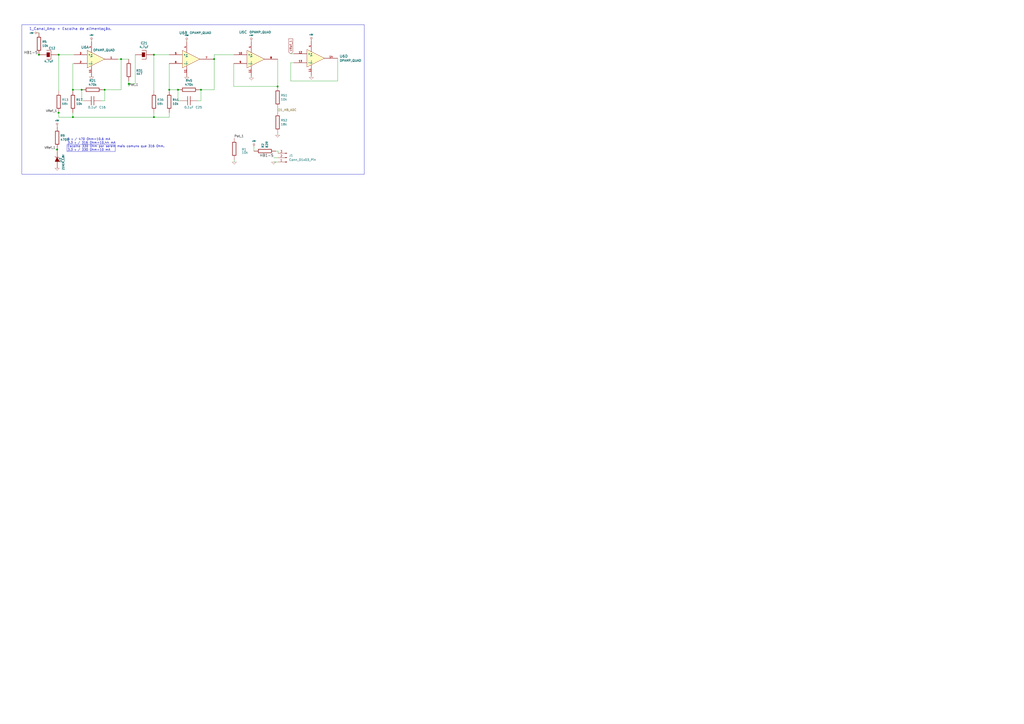
<source format=kicad_sch>
(kicad_sch
	(version 20231120)
	(generator "eeschema")
	(generator_version "8.0")
	(uuid "f58941bd-4a23-4f42-889c-8261cade22c0")
	(paper "A2")
	(lib_symbols
		(symbol "Connector:Conn_01x03_Pin"
			(pin_names
				(offset 1.016) hide)
			(exclude_from_sim no)
			(in_bom yes)
			(on_board yes)
			(property "Reference" "J"
				(at 0 5.08 0)
				(effects
					(font
						(size 1.27 1.27)
					)
				)
			)
			(property "Value" "Conn_01x03_Pin"
				(at 0 -5.08 0)
				(effects
					(font
						(size 1.27 1.27)
					)
				)
			)
			(property "Footprint" ""
				(at 0 0 0)
				(effects
					(font
						(size 1.27 1.27)
					)
					(hide yes)
				)
			)
			(property "Datasheet" "~"
				(at 0 0 0)
				(effects
					(font
						(size 1.27 1.27)
					)
					(hide yes)
				)
			)
			(property "Description" "Generic connector, single row, 01x03, script generated"
				(at 0 0 0)
				(effects
					(font
						(size 1.27 1.27)
					)
					(hide yes)
				)
			)
			(property "ki_locked" ""
				(at 0 0 0)
				(effects
					(font
						(size 1.27 1.27)
					)
				)
			)
			(property "ki_keywords" "connector"
				(at 0 0 0)
				(effects
					(font
						(size 1.27 1.27)
					)
					(hide yes)
				)
			)
			(property "ki_fp_filters" "Connector*:*_1x??_*"
				(at 0 0 0)
				(effects
					(font
						(size 1.27 1.27)
					)
					(hide yes)
				)
			)
			(symbol "Conn_01x03_Pin_1_1"
				(polyline
					(pts
						(xy 1.27 -2.54) (xy 0.8636 -2.54)
					)
					(stroke
						(width 0.1524)
						(type default)
					)
					(fill
						(type none)
					)
				)
				(polyline
					(pts
						(xy 1.27 0) (xy 0.8636 0)
					)
					(stroke
						(width 0.1524)
						(type default)
					)
					(fill
						(type none)
					)
				)
				(polyline
					(pts
						(xy 1.27 2.54) (xy 0.8636 2.54)
					)
					(stroke
						(width 0.1524)
						(type default)
					)
					(fill
						(type none)
					)
				)
				(rectangle
					(start 0.8636 -2.413)
					(end 0 -2.667)
					(stroke
						(width 0.1524)
						(type default)
					)
					(fill
						(type outline)
					)
				)
				(rectangle
					(start 0.8636 0.127)
					(end 0 -0.127)
					(stroke
						(width 0.1524)
						(type default)
					)
					(fill
						(type outline)
					)
				)
				(rectangle
					(start 0.8636 2.667)
					(end 0 2.413)
					(stroke
						(width 0.1524)
						(type default)
					)
					(fill
						(type outline)
					)
				)
				(pin passive line
					(at 5.08 2.54 180)
					(length 3.81)
					(name "Pin_1"
						(effects
							(font
								(size 1.27 1.27)
							)
						)
					)
					(number "1"
						(effects
							(font
								(size 1.27 1.27)
							)
						)
					)
				)
				(pin passive line
					(at 5.08 0 180)
					(length 3.81)
					(name "Pin_2"
						(effects
							(font
								(size 1.27 1.27)
							)
						)
					)
					(number "2"
						(effects
							(font
								(size 1.27 1.27)
							)
						)
					)
				)
				(pin passive line
					(at 5.08 -2.54 180)
					(length 3.81)
					(name "Pin_3"
						(effects
							(font
								(size 1.27 1.27)
							)
						)
					)
					(number "3"
						(effects
							(font
								(size 1.27 1.27)
							)
						)
					)
				)
			)
		)
		(symbol "ESPulse-rescue:C-lsts-passives"
			(pin_numbers hide)
			(pin_names
				(offset 0.254)
			)
			(exclude_from_sim no)
			(in_bom yes)
			(on_board yes)
			(property "Reference" "C"
				(at 1.27 2.54 0)
				(effects
					(font
						(size 1.27 1.27)
					)
					(justify left)
				)
			)
			(property "Value" "C-lsts-passives"
				(at 1.27 -2.54 0)
				(effects
					(font
						(size 1.27 1.27)
					)
					(justify left)
				)
			)
			(property "Footprint" ""
				(at 0 0 0)
				(effects
					(font
						(size 1.524 1.524)
					)
				)
			)
			(property "Datasheet" ""
				(at 0 0 0)
				(effects
					(font
						(size 1.524 1.524)
					)
				)
			)
			(property "Description" ""
				(at 0 0 0)
				(effects
					(font
						(size 1.27 1.27)
					)
					(hide yes)
				)
			)
			(property "ki_fp_filters" "C_*"
				(at 0 0 0)
				(effects
					(font
						(size 1.27 1.27)
					)
					(hide yes)
				)
			)
			(symbol "C-lsts-passives_0_1"
				(polyline
					(pts
						(xy -2.54 -0.762) (xy 2.54 -0.762)
					)
					(stroke
						(width 0.254)
						(type default)
					)
					(fill
						(type none)
					)
				)
				(polyline
					(pts
						(xy -2.54 0.762) (xy 2.54 0.762)
					)
					(stroke
						(width 0.254)
						(type default)
					)
					(fill
						(type none)
					)
				)
			)
			(symbol "C-lsts-passives_1_1"
				(pin passive line
					(at 0 5.08 270)
					(length 4.318)
					(name "~"
						(effects
							(font
								(size 1.016 1.016)
							)
						)
					)
					(number "1"
						(effects
							(font
								(size 1.016 1.016)
							)
						)
					)
				)
				(pin passive line
					(at 0 -5.08 90)
					(length 4.318)
					(name "~"
						(effects
							(font
								(size 1.016 1.016)
							)
						)
					)
					(number "2"
						(effects
							(font
								(size 1.016 1.016)
							)
						)
					)
				)
			)
		)
		(symbol "ESPulse-rescue:CAPAPOL-lsts-passives"
			(pin_numbers hide)
			(pin_names
				(offset 0.254) hide)
			(exclude_from_sim no)
			(in_bom yes)
			(on_board yes)
			(property "Reference" "C"
				(at 1.27 2.54 0)
				(effects
					(font
						(size 1.27 1.27)
					)
					(justify left)
				)
			)
			(property "Value" "CAPAPOL-lsts-passives"
				(at 1.27 -2.54 0)
				(effects
					(font
						(size 1.27 1.27)
					)
					(justify left)
				)
			)
			(property "Footprint" ""
				(at 0 0 0)
				(effects
					(font
						(size 1.524 1.524)
					)
				)
			)
			(property "Datasheet" ""
				(at 0 0 0)
				(effects
					(font
						(size 1.524 1.524)
					)
				)
			)
			(property "Description" ""
				(at 0 0 0)
				(effects
					(font
						(size 1.27 1.27)
					)
					(hide yes)
				)
			)
			(property "ki_fp_filters" "CR* CP*"
				(at 0 0 0)
				(effects
					(font
						(size 1.27 1.27)
					)
					(hide yes)
				)
			)
			(symbol "CAPAPOL-lsts-passives_0_1"
				(polyline
					(pts
						(xy -2.54 1.27) (xy -2.54 -1.27) (xy 2.54 -1.27) (xy 2.54 1.27)
					)
					(stroke
						(width 0.2032)
						(type default)
					)
					(fill
						(type none)
					)
				)
				(polyline
					(pts
						(xy -1.27 1.27) (xy -1.27 -0.508) (xy 1.27 -0.508) (xy 1.27 1.27)
					)
					(stroke
						(width 0)
						(type default)
					)
					(fill
						(type outline)
					)
				)
			)
			(symbol "CAPAPOL-lsts-passives_1_1"
				(pin passive line
					(at 0 5.08 270)
					(length 3.81)
					(name "~"
						(effects
							(font
								(size 1.016 1.016)
							)
						)
					)
					(number "1"
						(effects
							(font
								(size 1.016 1.016)
							)
						)
					)
				)
				(pin passive line
					(at 0 -5.08 90)
					(length 3.81)
					(name "~"
						(effects
							(font
								(size 1.016 1.016)
							)
						)
					)
					(number "2"
						(effects
							(font
								(size 1.016 1.016)
							)
						)
					)
				)
			)
		)
		(symbol "ESPulse-rescue:GND-power"
			(power)
			(pin_names
				(offset 0)
			)
			(exclude_from_sim no)
			(in_bom yes)
			(on_board yes)
			(property "Reference" "#PWR"
				(at 0 0 0)
				(effects
					(font
						(size 0.762 0.762)
					)
					(hide yes)
				)
			)
			(property "Value" "GND-power"
				(at 0 -1.778 0)
				(effects
					(font
						(size 0.762 0.762)
					)
					(hide yes)
				)
			)
			(property "Footprint" ""
				(at 0 0 0)
				(effects
					(font
						(size 1.524 1.524)
					)
				)
			)
			(property "Datasheet" ""
				(at 0 0 0)
				(effects
					(font
						(size 1.524 1.524)
					)
				)
			)
			(property "Description" ""
				(at 0 0 0)
				(effects
					(font
						(size 1.27 1.27)
					)
					(hide yes)
				)
			)
			(symbol "GND-power_0_1"
				(polyline
					(pts
						(xy -1.27 0) (xy 0 -1.27) (xy 1.27 0) (xy -1.27 0)
					)
					(stroke
						(width 0.1016)
						(type default)
					)
					(fill
						(type none)
					)
				)
			)
			(symbol "GND-power_1_1"
				(pin power_in line
					(at 0 0 90)
					(length 0) hide
					(name "GND"
						(effects
							(font
								(size 0.762 0.762)
							)
						)
					)
					(number "1"
						(effects
							(font
								(size 0.762 0.762)
							)
						)
					)
				)
			)
		)
		(symbol "ESPulse-rescue:OPAMP_QUAD-lsts-ic"
			(exclude_from_sim no)
			(in_bom yes)
			(on_board yes)
			(property "Reference" "U"
				(at 1.27 5.08 0)
				(effects
					(font
						(size 1.524 1.524)
					)
				)
			)
			(property "Value" "OPAMP_QUAD-lsts-ic"
				(at 3.81 -5.08 0)
				(effects
					(font
						(size 1.27 1.27)
					)
				)
			)
			(property "Footprint" ""
				(at 0 0 0)
				(effects
					(font
						(size 1.524 1.524)
					)
				)
			)
			(property "Datasheet" ""
				(at 0 0 0)
				(effects
					(font
						(size 1.524 1.524)
					)
				)
			)
			(property "Description" ""
				(at 0 0 0)
				(effects
					(font
						(size 1.27 1.27)
					)
					(hide yes)
				)
			)
			(symbol "OPAMP_QUAD-lsts-ic_0_1"
				(polyline
					(pts
						(xy -5.08 5.08) (xy 5.08 0) (xy -5.08 -5.08) (xy -5.08 5.08)
					)
					(stroke
						(width 0.1524)
						(type default)
					)
					(fill
						(type background)
					)
				)
				(pin power_in line
					(at -2.54 -10.16 90)
					(length 6.35)
					(name "V-"
						(effects
							(font
								(size 1.016 1.016)
							)
						)
					)
					(number "11"
						(effects
							(font
								(size 1.016 1.016)
							)
						)
					)
				)
				(pin power_in line
					(at -2.54 10.16 270)
					(length 6.35)
					(name "V+"
						(effects
							(font
								(size 1.016 1.016)
							)
						)
					)
					(number "4"
						(effects
							(font
								(size 1.016 1.016)
							)
						)
					)
				)
			)
			(symbol "OPAMP_QUAD-lsts-ic_1_1"
				(pin output line
					(at 12.7 0 180)
					(length 7.62)
					(name "~"
						(effects
							(font
								(size 1.016 1.016)
							)
						)
					)
					(number "1"
						(effects
							(font
								(size 1.016 1.016)
							)
						)
					)
				)
				(pin input line
					(at -12.7 -2.54 0)
					(length 7.62)
					(name "-"
						(effects
							(font
								(size 1.016 1.016)
							)
						)
					)
					(number "2"
						(effects
							(font
								(size 1.016 1.016)
							)
						)
					)
				)
				(pin input line
					(at -12.7 2.54 0)
					(length 7.62)
					(name "+"
						(effects
							(font
								(size 1.016 1.016)
							)
						)
					)
					(number "3"
						(effects
							(font
								(size 1.016 1.016)
							)
						)
					)
				)
			)
			(symbol "OPAMP_QUAD-lsts-ic_2_1"
				(pin input line
					(at -12.7 2.54 0)
					(length 7.62)
					(name "+"
						(effects
							(font
								(size 1.016 1.016)
							)
						)
					)
					(number "5"
						(effects
							(font
								(size 1.016 1.016)
							)
						)
					)
				)
				(pin input line
					(at -12.7 -2.54 0)
					(length 7.62)
					(name "-"
						(effects
							(font
								(size 1.016 1.016)
							)
						)
					)
					(number "6"
						(effects
							(font
								(size 1.016 1.016)
							)
						)
					)
				)
				(pin output line
					(at 12.7 0 180)
					(length 7.62)
					(name "~"
						(effects
							(font
								(size 1.016 1.016)
							)
						)
					)
					(number "7"
						(effects
							(font
								(size 1.016 1.016)
							)
						)
					)
				)
			)
			(symbol "OPAMP_QUAD-lsts-ic_3_1"
				(pin input line
					(at -12.7 2.54 0)
					(length 7.62)
					(name "+"
						(effects
							(font
								(size 1.016 1.016)
							)
						)
					)
					(number "10"
						(effects
							(font
								(size 1.016 1.016)
							)
						)
					)
				)
				(pin output line
					(at 12.7 0 180)
					(length 7.62)
					(name "~"
						(effects
							(font
								(size 1.016 1.016)
							)
						)
					)
					(number "8"
						(effects
							(font
								(size 1.016 1.016)
							)
						)
					)
				)
				(pin input line
					(at -12.7 -2.54 0)
					(length 7.62)
					(name "-"
						(effects
							(font
								(size 1.016 1.016)
							)
						)
					)
					(number "9"
						(effects
							(font
								(size 1.016 1.016)
							)
						)
					)
				)
			)
			(symbol "OPAMP_QUAD-lsts-ic_4_1"
				(pin input line
					(at -12.7 2.54 0)
					(length 7.62)
					(name "+"
						(effects
							(font
								(size 1.016 1.016)
							)
						)
					)
					(number "12"
						(effects
							(font
								(size 1.016 1.016)
							)
						)
					)
				)
				(pin input line
					(at -12.7 -2.54 0)
					(length 7.62)
					(name "-"
						(effects
							(font
								(size 1.016 1.016)
							)
						)
					)
					(number "13"
						(effects
							(font
								(size 1.016 1.016)
							)
						)
					)
				)
				(pin output line
					(at 12.7 0 180)
					(length 7.62)
					(name "~"
						(effects
							(font
								(size 1.016 1.016)
							)
						)
					)
					(number "14"
						(effects
							(font
								(size 1.016 1.016)
							)
						)
					)
				)
			)
		)
		(symbol "ESPulse-rescue:R-lsts-passives"
			(pin_numbers hide)
			(pin_names
				(offset 0)
			)
			(exclude_from_sim no)
			(in_bom yes)
			(on_board yes)
			(property "Reference" "R"
				(at 2.032 0 90)
				(effects
					(font
						(size 1.27 1.27)
					)
				)
			)
			(property "Value" "R-lsts-passives"
				(at 0 0 90)
				(effects
					(font
						(size 1.27 1.27)
					)
				)
			)
			(property "Footprint" ""
				(at 0 0 0)
				(effects
					(font
						(size 1.524 1.524)
					)
				)
			)
			(property "Datasheet" ""
				(at 0 0 0)
				(effects
					(font
						(size 1.524 1.524)
					)
				)
			)
			(property "Description" ""
				(at 0 0 0)
				(effects
					(font
						(size 1.27 1.27)
					)
					(hide yes)
				)
			)
			(property "ki_fp_filters" "R_*"
				(at 0 0 0)
				(effects
					(font
						(size 1.27 1.27)
					)
					(hide yes)
				)
			)
			(symbol "R-lsts-passives_0_1"
				(rectangle
					(start -1.016 3.81)
					(end 1.016 -3.81)
					(stroke
						(width 0.3048)
						(type default)
					)
					(fill
						(type none)
					)
				)
			)
			(symbol "R-lsts-passives_1_1"
				(pin passive line
					(at 0 6.35 270)
					(length 2.54)
					(name "~"
						(effects
							(font
								(size 1.524 1.524)
							)
						)
					)
					(number "1"
						(effects
							(font
								(size 1.524 1.524)
							)
						)
					)
				)
				(pin passive line
					(at 0 -6.35 90)
					(length 2.54)
					(name "~"
						(effects
							(font
								(size 1.524 1.524)
							)
						)
					)
					(number "2"
						(effects
							(font
								(size 1.524 1.524)
							)
						)
					)
				)
			)
		)
		(symbol "ESPulse-rescue:ZENER-lsts-discrete"
			(pin_numbers hide)
			(pin_names
				(offset 1.016) hide)
			(exclude_from_sim no)
			(in_bom yes)
			(on_board yes)
			(property "Reference" "D"
				(at 0 2.54 0)
				(effects
					(font
						(size 1.27 1.27)
					)
				)
			)
			(property "Value" "ZENER-lsts-discrete"
				(at 0 -2.54 0)
				(effects
					(font
						(size 1.016 1.016)
					)
				)
			)
			(property "Footprint" ""
				(at 0 0 0)
				(effects
					(font
						(size 1.524 1.524)
					)
				)
			)
			(property "Datasheet" ""
				(at 0 0 0)
				(effects
					(font
						(size 1.524 1.524)
					)
				)
			)
			(property "Description" ""
				(at 0 0 0)
				(effects
					(font
						(size 1.27 1.27)
					)
					(hide yes)
				)
			)
			(property "ki_fp_filters" "D? SO* SM*"
				(at 0 0 0)
				(effects
					(font
						(size 1.27 1.27)
					)
					(hide yes)
				)
			)
			(symbol "ZENER-lsts-discrete_0_1"
				(polyline
					(pts
						(xy 1.27 0) (xy -1.27 1.27) (xy -1.27 -1.27) (xy 1.27 0) (xy 1.27 0)
					)
					(stroke
						(width 0)
						(type default)
					)
					(fill
						(type outline)
					)
				)
				(polyline
					(pts
						(xy 1.778 1.27) (xy 1.27 0.762) (xy 1.27 -0.762) (xy 0.762 -1.27) (xy 0.762 -1.27)
					)
					(stroke
						(width 0.2032)
						(type default)
					)
					(fill
						(type none)
					)
				)
			)
			(symbol "ZENER-lsts-discrete_1_1"
				(pin passive line
					(at -5.08 0 0)
					(length 3.81)
					(name "A"
						(effects
							(font
								(size 1.016 1.016)
							)
						)
					)
					(number "A"
						(effects
							(font
								(size 1.016 1.016)
							)
						)
					)
				)
				(pin passive line
					(at 5.08 0 180)
					(length 3.81)
					(name "K"
						(effects
							(font
								(size 1.016 1.016)
							)
						)
					)
					(number "C"
						(effects
							(font
								(size 1.016 1.016)
							)
						)
					)
				)
			)
		)
		(symbol "lsts-passives:R"
			(pin_numbers hide)
			(pin_names
				(offset 0)
			)
			(exclude_from_sim no)
			(in_bom yes)
			(on_board yes)
			(property "Reference" "R"
				(at 2.032 0 90)
				(effects
					(font
						(size 1.27 1.27)
					)
				)
			)
			(property "Value" "R"
				(at 0 0 90)
				(effects
					(font
						(size 1.27 1.27)
					)
				)
			)
			(property "Footprint" ""
				(at 0 0 0)
				(effects
					(font
						(size 1.524 1.524)
					)
				)
			)
			(property "Datasheet" ""
				(at 0 0 0)
				(effects
					(font
						(size 1.524 1.524)
					)
				)
			)
			(property "Description" ""
				(at 0 0 0)
				(effects
					(font
						(size 1.27 1.27)
					)
					(hide yes)
				)
			)
			(property "ki_fp_filters" "R_*"
				(at 0 0 0)
				(effects
					(font
						(size 1.27 1.27)
					)
					(hide yes)
				)
			)
			(symbol "R_0_1"
				(rectangle
					(start -1.016 3.81)
					(end 1.016 -3.81)
					(stroke
						(width 0.3048)
						(type default)
					)
					(fill
						(type none)
					)
				)
			)
			(symbol "R_1_1"
				(pin passive line
					(at 0 6.35 270)
					(length 2.54)
					(name "~"
						(effects
							(font
								(size 1.524 1.524)
							)
						)
					)
					(number "1"
						(effects
							(font
								(size 1.524 1.524)
							)
						)
					)
				)
				(pin passive line
					(at 0 -6.35 90)
					(length 2.54)
					(name "~"
						(effects
							(font
								(size 1.524 1.524)
							)
						)
					)
					(number "2"
						(effects
							(font
								(size 1.524 1.524)
							)
						)
					)
				)
			)
		)
		(symbol "power:+5V"
			(power)
			(pin_names
				(offset 1.016)
			)
			(exclude_from_sim no)
			(in_bom yes)
			(on_board yes)
			(property "Reference" "#PWR"
				(at 0 2.286 0)
				(effects
					(font
						(size 0.508 0.508)
					)
					(hide yes)
				)
			)
			(property "Value" "+5V"
				(at 0 2.286 0)
				(effects
					(font
						(size 0.762 0.762)
					)
				)
			)
			(property "Footprint" ""
				(at 0 0 0)
				(effects
					(font
						(size 1.524 1.524)
					)
				)
			)
			(property "Datasheet" ""
				(at 0 0 0)
				(effects
					(font
						(size 1.524 1.524)
					)
				)
			)
			(property "Description" ""
				(at 0 0 0)
				(effects
					(font
						(size 1.27 1.27)
					)
					(hide yes)
				)
			)
			(symbol "+5V_0_0"
				(pin power_in line
					(at 0 0 90)
					(length 0) hide
					(name "+5V"
						(effects
							(font
								(size 0.508 0.508)
							)
						)
					)
					(number "1"
						(effects
							(font
								(size 0.508 0.508)
							)
						)
					)
				)
			)
			(symbol "+5V_0_1"
				(polyline
					(pts
						(xy 0 0) (xy 0 0.762) (xy 0 0.762) (xy 0 0.762)
					)
					(stroke
						(width 0)
						(type default)
					)
					(fill
						(type none)
					)
				)
				(circle
					(center 0 1.27)
					(radius 0.508)
					(stroke
						(width 0)
						(type default)
					)
					(fill
						(type none)
					)
				)
			)
		)
	)
	(junction
		(at 161.036 50.165)
		(diameter 0)
		(color 0 0 0 0)
		(uuid "0578f80c-b141-4abc-90b3-718d6f0e3b73")
	)
	(junction
		(at 116.586 52.07)
		(diameter 0)
		(color 0 0 0 0)
		(uuid "0c67d220-c1a8-4e80-a48c-64c03049af97")
	)
	(junction
		(at 42.291 67.945)
		(diameter 0)
		(color 0 0 0 0)
		(uuid "12c031dd-48c2-4604-86b0-876ad55299d2")
	)
	(junction
		(at 60.706 52.07)
		(diameter 0)
		(color 0 0 0 0)
		(uuid "1bd31ba8-9e56-40cb-a470-60a7bf90daa2")
	)
	(junction
		(at 124.206 34.29)
		(diameter 0)
		(color 0 0 0 0)
		(uuid "4323a00d-d4b3-4591-9b3d-8f920f779b13")
	)
	(junction
		(at 74.676 48.641)
		(diameter 0)
		(color 0 0 0 0)
		(uuid "4378bce4-20cb-4c5b-b28b-d48b467bdc99")
	)
	(junction
		(at 103.251 52.07)
		(diameter 0)
		(color 0 0 0 0)
		(uuid "47e7cc76-f6bb-4002-90eb-55005bab12b5")
	)
	(junction
		(at 98.171 52.07)
		(diameter 0)
		(color 0 0 0 0)
		(uuid "4eddd9bb-fa27-46a9-a189-0c4108bfd72a")
	)
	(junction
		(at 47.371 52.07)
		(diameter 0)
		(color 0 0 0 0)
		(uuid "76c85742-c861-444c-adf5-6c321b753dea")
	)
	(junction
		(at 22.606 31.75)
		(diameter 0)
		(color 0 0 0 0)
		(uuid "8612ec37-0995-4882-82ce-2d5a4fb9bbca")
	)
	(junction
		(at 89.281 31.75)
		(diameter 0)
		(color 0 0 0 0)
		(uuid "8c631558-ef8d-400b-bd9b-24ae23e11ae9")
	)
	(junction
		(at 70.231 34.29)
		(diameter 0)
		(color 0 0 0 0)
		(uuid "ba857229-9fda-44a2-8d17-e42c681ba0c8")
	)
	(junction
		(at 42.291 52.07)
		(diameter 0)
		(color 0 0 0 0)
		(uuid "bef8ae51-bb12-4992-825b-90b0f3a04ead")
	)
	(junction
		(at 34.036 31.75)
		(diameter 0)
		(color 0 0 0 0)
		(uuid "befbaefc-9a9e-45cd-9c7d-b7a24f1dc24c")
	)
	(junction
		(at 33.147 86.741)
		(diameter 0)
		(color 0 0 0 0)
		(uuid "c9469b0c-b26d-440f-917e-4a57d6b1b6a5")
	)
	(junction
		(at 89.281 67.945)
		(diameter 0)
		(color 0 0 0 0)
		(uuid "d5d404b8-ed47-4877-bb55-00363f4a9a0b")
	)
	(junction
		(at 34.036 65.405)
		(diameter 0)
		(color 0 0 0 0)
		(uuid "dfcf310e-1a46-4f15-a5a2-202795d7f955")
	)
	(wire
		(pts
			(xy 42.291 65.405) (xy 42.291 67.945)
		)
		(stroke
			(width 0)
			(type default)
		)
		(uuid "0379d432-6515-4783-ad0a-1927e1e113d8")
	)
	(wire
		(pts
			(xy 78.486 31.75) (xy 78.486 48.641)
		)
		(stroke
			(width 0)
			(type default)
		)
		(uuid "067eb755-ab77-438d-bcb9-9c9541d4c5d2")
	)
	(wire
		(pts
			(xy 124.206 34.29) (xy 123.571 34.29)
		)
		(stroke
			(width 0)
			(type default)
		)
		(uuid "0ba9c9ec-e243-4891-9aa4-348de2777c8a")
	)
	(wire
		(pts
			(xy 145.796 23.749) (xy 145.796 24.13)
		)
		(stroke
			(width 0)
			(type default)
		)
		(uuid "1a669146-ef53-4ce4-8efa-270dcb758baa")
	)
	(wire
		(pts
			(xy 60.706 58.42) (xy 60.706 52.07)
		)
		(stroke
			(width 0)
			(type default)
		)
		(uuid "1dce5470-6b1c-49b1-871d-4542b2426b1d")
	)
	(polyline
		(pts
			(xy 12.7 14.351) (xy 211.328 14.351)
		)
		(stroke
			(width 0)
			(type default)
		)
		(uuid "21e68028-cc3d-4a10-9443-beaa154d18a2")
	)
	(wire
		(pts
			(xy 70.231 34.29) (xy 70.231 52.07)
		)
		(stroke
			(width 0)
			(type default)
		)
		(uuid "22c6d1c3-d602-462e-a9cd-f98109b5657c")
	)
	(wire
		(pts
			(xy 168.656 36.322) (xy 170.434 36.322)
		)
		(stroke
			(width 0)
			(type default)
		)
		(uuid "280875d7-038f-4153-8da6-ba0daf46e7e0")
	)
	(wire
		(pts
			(xy 60.706 52.07) (xy 70.231 52.07)
		)
		(stroke
			(width 0)
			(type default)
		)
		(uuid "2b056d03-139c-47e0-990e-542146d66c6f")
	)
	(wire
		(pts
			(xy 32.258 86.741) (xy 33.147 86.741)
		)
		(stroke
			(width 0)
			(type default)
		)
		(uuid "2b83ad95-6452-4538-b71f-900ae5764dac")
	)
	(wire
		(pts
			(xy 103.251 52.07) (xy 98.171 52.07)
		)
		(stroke
			(width 0)
			(type default)
		)
		(uuid "305ad9da-e438-4fb7-960e-b966931dd689")
	)
	(wire
		(pts
			(xy 47.371 52.07) (xy 42.291 52.07)
		)
		(stroke
			(width 0)
			(type default)
		)
		(uuid "341b36af-d77c-4575-8851-5e4fe6cd0910")
	)
	(wire
		(pts
			(xy 88.646 31.75) (xy 89.281 31.75)
		)
		(stroke
			(width 0)
			(type default)
		)
		(uuid "35cc6d6c-d849-485f-baac-fe9876ca3bd2")
	)
	(wire
		(pts
			(xy 33.147 87.376) (xy 33.147 86.741)
		)
		(stroke
			(width 0)
			(type default)
		)
		(uuid "35ed00bc-cb43-42b9-a7fe-19d0c6df6bab")
	)
	(wire
		(pts
			(xy 48.641 58.42) (xy 47.371 58.42)
		)
		(stroke
			(width 0)
			(type default)
		)
		(uuid "3bf858ab-055c-4e69-915e-b27155b77d2b")
	)
	(wire
		(pts
			(xy 60.071 52.07) (xy 60.706 52.07)
		)
		(stroke
			(width 0)
			(type default)
		)
		(uuid "3d7487d5-6f9c-46f7-8465-f7b5ce6fc963")
	)
	(wire
		(pts
			(xy 124.206 31.75) (xy 124.206 34.29)
		)
		(stroke
			(width 0)
			(type default)
		)
		(uuid "3e137abd-f49d-4c89-aa4e-0ec5dbc6fdd2")
	)
	(wire
		(pts
			(xy 161.036 77.343) (xy 161.036 78.359)
		)
		(stroke
			(width 0)
			(type default)
		)
		(uuid "3fc6f6c6-8323-4c2b-b9c7-30818ea15668")
	)
	(polyline
		(pts
			(xy 38.989 83.82) (xy 66.802 83.82)
		)
		(stroke
			(width 0)
			(type default)
		)
		(uuid "426e5443-2b17-4d67-91ee-4f8f8fea5006")
	)
	(polyline
		(pts
			(xy 12.7 100.965) (xy 12.7 14.351)
		)
		(stroke
			(width 0)
			(type default)
		)
		(uuid "438d0bd5-7478-4c9d-a454-ac3f0796f79b")
	)
	(wire
		(pts
			(xy 104.521 58.42) (xy 103.251 58.42)
		)
		(stroke
			(width 0)
			(type default)
		)
		(uuid "4d357250-93d8-48e5-aab1-1896b6cde799")
	)
	(wire
		(pts
			(xy 42.291 36.83) (xy 42.926 36.83)
		)
		(stroke
			(width 0)
			(type default)
		)
		(uuid "4f7b5450-b593-43e2-b65d-a152a9ae4023")
	)
	(wire
		(pts
			(xy 33.147 86.741) (xy 33.147 86.233)
		)
		(stroke
			(width 0)
			(type default)
		)
		(uuid "4fb86644-c499-4e6a-befe-b60c2fc07e6b")
	)
	(wire
		(pts
			(xy 124.206 31.75) (xy 135.636 31.75)
		)
		(stroke
			(width 0)
			(type default)
		)
		(uuid "5e365cee-678e-46d5-aac7-54e60af20ddf")
	)
	(wire
		(pts
			(xy 115.951 52.07) (xy 116.586 52.07)
		)
		(stroke
			(width 0)
			(type default)
		)
		(uuid "633a530b-0e50-4796-995c-1c299ed3d3af")
	)
	(wire
		(pts
			(xy 98.171 52.07) (xy 98.171 52.705)
		)
		(stroke
			(width 0)
			(type default)
		)
		(uuid "63b57925-a852-4a57-bca9-ef65a83178bd")
	)
	(wire
		(pts
			(xy 89.281 31.75) (xy 89.281 52.705)
		)
		(stroke
			(width 0)
			(type default)
		)
		(uuid "6457934d-ae33-482f-8bbc-d41d24f6b0a2")
	)
	(wire
		(pts
			(xy 23.241 31.75) (xy 22.606 31.75)
		)
		(stroke
			(width 0)
			(type default)
		)
		(uuid "6913d545-e300-4b73-a682-5b7bf3191843")
	)
	(wire
		(pts
			(xy 147.32 85.09) (xy 147.32 87.63)
		)
		(stroke
			(width 0)
			(type default)
		)
		(uuid "6d95ef12-4865-4734-9129-d2e725bfd00d")
	)
	(wire
		(pts
			(xy 34.036 31.75) (xy 34.036 52.705)
		)
		(stroke
			(width 0)
			(type default)
		)
		(uuid "6db78743-6208-41bf-b389-cf40b53753ae")
	)
	(wire
		(pts
			(xy 98.171 65.405) (xy 98.171 67.945)
		)
		(stroke
			(width 0)
			(type default)
		)
		(uuid "74154844-7205-423c-93ce-10dad9258207")
	)
	(wire
		(pts
			(xy 70.231 34.29) (xy 74.676 34.29)
		)
		(stroke
			(width 0)
			(type default)
		)
		(uuid "750e25fa-2eb6-4544-be73-9ef1d039d3d6")
	)
	(wire
		(pts
			(xy 158.75 91.44) (xy 161.29 91.44)
		)
		(stroke
			(width 0)
			(type default)
		)
		(uuid "759c3aae-b8fc-4f9b-8816-85729702f76d")
	)
	(wire
		(pts
			(xy 135.89 92.71) (xy 135.89 93.98)
		)
		(stroke
			(width 0)
			(type default)
		)
		(uuid "7794ab81-8efb-4a3d-ae66-6fe3315b6eb5")
	)
	(wire
		(pts
			(xy 42.291 36.83) (xy 42.291 52.07)
		)
		(stroke
			(width 0)
			(type default)
		)
		(uuid "77d17f26-98c6-4b2b-afbe-c0a17b2a8849")
	)
	(wire
		(pts
			(xy 98.171 36.83) (xy 98.171 52.07)
		)
		(stroke
			(width 0)
			(type default)
		)
		(uuid "79a966ee-68c9-4918-b46f-215903a15c69")
	)
	(wire
		(pts
			(xy 89.281 65.405) (xy 89.281 67.945)
		)
		(stroke
			(width 0)
			(type default)
		)
		(uuid "7c41ed2d-b14a-407c-b327-0b30e754131b")
	)
	(wire
		(pts
			(xy 89.281 31.75) (xy 98.171 31.75)
		)
		(stroke
			(width 0)
			(type default)
		)
		(uuid "818c2c87-8062-45ac-80d9-182d6ba2b5c4")
	)
	(wire
		(pts
			(xy 114.681 58.42) (xy 116.586 58.42)
		)
		(stroke
			(width 0)
			(type default)
		)
		(uuid "874409ed-8644-4000-9698-5b790fa782f5")
	)
	(wire
		(pts
			(xy 22.606 19.05) (xy 21.971 19.05)
		)
		(stroke
			(width 0)
			(type default)
		)
		(uuid "8d9992e5-3048-4914-8383-6a679dfd170a")
	)
	(polyline
		(pts
			(xy 66.802 87.884) (xy 38.862 87.884)
		)
		(stroke
			(width 0)
			(type default)
		)
		(uuid "8f4a24bd-d2d5-49d0-93d1-3366b8486684")
	)
	(wire
		(pts
			(xy 124.206 52.07) (xy 124.206 34.29)
		)
		(stroke
			(width 0)
			(type default)
		)
		(uuid "92d36a7c-652e-45d6-ba8b-705cd4caf413")
	)
	(wire
		(pts
			(xy 58.801 58.42) (xy 60.706 58.42)
		)
		(stroke
			(width 0)
			(type default)
		)
		(uuid "937df38d-9886-4b56-8b1c-0621ed1c431f")
	)
	(wire
		(pts
			(xy 161.29 88.9) (xy 161.29 87.63)
		)
		(stroke
			(width 0)
			(type default)
		)
		(uuid "96014938-c40b-4674-bc9a-cf9a364e45a2")
	)
	(wire
		(pts
			(xy 21.971 31.75) (xy 22.606 31.75)
		)
		(stroke
			(width 0)
			(type default)
		)
		(uuid "988e28ba-8f34-489c-a943-ef2e30447c2e")
	)
	(wire
		(pts
			(xy 74.676 48.641) (xy 74.676 50.165)
		)
		(stroke
			(width 0)
			(type default)
		)
		(uuid "9b1eaa80-446b-4185-b031-d6dd9cb92fec")
	)
	(wire
		(pts
			(xy 180.594 43.942) (xy 180.594 44.831)
		)
		(stroke
			(width 0)
			(type default)
		)
		(uuid "9b5c9331-8344-4071-972e-55aa404d1d28")
	)
	(wire
		(pts
			(xy 103.251 58.42) (xy 103.251 52.07)
		)
		(stroke
			(width 0)
			(type default)
		)
		(uuid "a06d5c08-e04c-4674-acf5-583e0f93615f")
	)
	(wire
		(pts
			(xy 53.086 44.45) (xy 53.086 44.577)
		)
		(stroke
			(width 0)
			(type default)
		)
		(uuid "a3639a80-2535-4744-8abb-067da016ca8d")
	)
	(wire
		(pts
			(xy 42.291 67.945) (xy 34.036 67.945)
		)
		(stroke
			(width 0)
			(type default)
		)
		(uuid "a89e5c6e-000f-48f2-861e-985e864b525a")
	)
	(wire
		(pts
			(xy 161.036 50.165) (xy 161.036 34.29)
		)
		(stroke
			(width 0)
			(type default)
		)
		(uuid "aa40f36a-3ca4-45fe-9190-b9b0138347b0")
	)
	(wire
		(pts
			(xy 135.636 36.83) (xy 135.636 50.165)
		)
		(stroke
			(width 0)
			(type default)
		)
		(uuid "aa9bd657-2df6-4094-a2ad-23e713648b26")
	)
	(wire
		(pts
			(xy 33.147 65.405) (xy 34.036 65.405)
		)
		(stroke
			(width 0)
			(type default)
		)
		(uuid "acc77999-24e1-4f02-a3ff-c8f125e78754")
	)
	(wire
		(pts
			(xy 108.331 44.831) (xy 108.331 44.45)
		)
		(stroke
			(width 0)
			(type default)
		)
		(uuid "b02497fb-f10e-43ed-bdc1-c8f57a8a2a36")
	)
	(wire
		(pts
			(xy 33.401 31.75) (xy 34.036 31.75)
		)
		(stroke
			(width 0)
			(type default)
		)
		(uuid "b034c136-8536-4626-bbc2-5881df008947")
	)
	(wire
		(pts
			(xy 53.086 23.622) (xy 53.086 24.13)
		)
		(stroke
			(width 0)
			(type default)
		)
		(uuid "b58b2eae-1d5d-4378-870e-123097c6cb75")
	)
	(wire
		(pts
			(xy 195.834 33.782) (xy 195.834 46.99)
		)
		(stroke
			(width 0)
			(type default)
		)
		(uuid "b747458c-47b2-4bf0-8be3-73432b10a2c6")
	)
	(wire
		(pts
			(xy 108.331 23.749) (xy 108.331 24.13)
		)
		(stroke
			(width 0)
			(type default)
		)
		(uuid "b7910e6f-0d08-468a-8b0e-3ef5477e4415")
	)
	(wire
		(pts
			(xy 70.231 34.29) (xy 68.326 34.29)
		)
		(stroke
			(width 0)
			(type default)
		)
		(uuid "bbbf3a15-5c55-4db2-a161-12eaeb61b8f6")
	)
	(polyline
		(pts
			(xy 38.862 87.884) (xy 38.862 83.82)
		)
		(stroke
			(width 0)
			(type default)
		)
		(uuid "bbf2104e-f5ea-45f6-bae8-bba4a68b2b82")
	)
	(wire
		(pts
			(xy 135.636 50.165) (xy 161.036 50.165)
		)
		(stroke
			(width 0)
			(type default)
		)
		(uuid "bfee331d-70b6-40b8-8925-d2573980e656")
	)
	(wire
		(pts
			(xy 170.434 31.242) (xy 168.656 31.242)
		)
		(stroke
			(width 0)
			(type default)
		)
		(uuid "c053dd5b-91eb-48e3-909c-945f9f8f04ff")
	)
	(wire
		(pts
			(xy 34.036 67.945) (xy 34.036 65.405)
		)
		(stroke
			(width 0)
			(type default)
		)
		(uuid "cc932f06-cf0c-46aa-b870-5de3a54c82d2")
	)
	(wire
		(pts
			(xy 161.036 62.865) (xy 161.036 64.643)
		)
		(stroke
			(width 0)
			(type default)
		)
		(uuid "cd519749-1f1f-4d6f-841e-6d65115fa5a0")
	)
	(wire
		(pts
			(xy 98.171 67.945) (xy 89.281 67.945)
		)
		(stroke
			(width 0)
			(type default)
		)
		(uuid "d2dae8ae-9e7f-46de-b454-e761da76af29")
	)
	(polyline
		(pts
			(xy 211.328 101.092) (xy 12.7 101.092)
		)
		(stroke
			(width 0)
			(type default)
		)
		(uuid "d568f46f-eb4c-4f83-ab2a-e02a32e285c4")
	)
	(wire
		(pts
			(xy 180.594 23.368) (xy 180.594 23.622)
		)
		(stroke
			(width 0)
			(type default)
		)
		(uuid "d9011786-8aca-4a20-81b0-82b76445450a")
	)
	(polyline
		(pts
			(xy 66.802 83.82) (xy 66.802 87.884)
		)
		(stroke
			(width 0)
			(type default)
		)
		(uuid "dcc6542d-776a-4740-a2d8-6ebd1b98e3db")
	)
	(polyline
		(pts
			(xy 211.328 14.351) (xy 211.328 101.092)
		)
		(stroke
			(width 0)
			(type default)
		)
		(uuid "e0317d2b-55f7-4109-a364-3c7b68df5c71")
	)
	(wire
		(pts
			(xy 158.75 93.98) (xy 161.29 93.98)
		)
		(stroke
			(width 0)
			(type default)
		)
		(uuid "e20dcf9a-a53b-421a-9da6-812a4717cb29")
	)
	(wire
		(pts
			(xy 33.147 73.152) (xy 33.147 73.533)
		)
		(stroke
			(width 0)
			(type default)
		)
		(uuid "e3388112-8e7d-467f-9a49-71777d00d56a")
	)
	(wire
		(pts
			(xy 74.676 46.99) (xy 74.676 48.641)
		)
		(stroke
			(width 0)
			(type default)
		)
		(uuid "e54b8597-1b82-49e3-b225-39794c94500e")
	)
	(wire
		(pts
			(xy 42.291 52.07) (xy 42.291 52.705)
		)
		(stroke
			(width 0)
			(type default)
		)
		(uuid "e743429a-a636-4619-8931-25a1f44f97c1")
	)
	(wire
		(pts
			(xy 116.586 52.07) (xy 124.206 52.07)
		)
		(stroke
			(width 0)
			(type default)
		)
		(uuid "e855815d-7746-4130-b083-eba767ac5446")
	)
	(wire
		(pts
			(xy 34.036 31.75) (xy 42.926 31.75)
		)
		(stroke
			(width 0)
			(type default)
		)
		(uuid "eae0d948-ea1a-4c1c-b294-e3030c3448b4")
	)
	(wire
		(pts
			(xy 78.486 48.641) (xy 74.676 48.641)
		)
		(stroke
			(width 0)
			(type default)
		)
		(uuid "ebf3e1e1-20f2-4181-b776-6ba0ea608fbb")
	)
	(wire
		(pts
			(xy 145.796 45.212) (xy 145.796 44.45)
		)
		(stroke
			(width 0)
			(type default)
		)
		(uuid "ec3a2cde-2eba-4a80-9574-4daa8d69704a")
	)
	(wire
		(pts
			(xy 195.834 46.99) (xy 168.656 46.99)
		)
		(stroke
			(width 0)
			(type default)
		)
		(uuid "ee7e9117-d4ca-45a6-8257-4453e18576cf")
	)
	(wire
		(pts
			(xy 47.371 58.42) (xy 47.371 52.07)
		)
		(stroke
			(width 0)
			(type default)
		)
		(uuid "f24ea264-19aa-4463-964b-fd9fa18d31d0")
	)
	(wire
		(pts
			(xy 42.291 67.945) (xy 89.281 67.945)
		)
		(stroke
			(width 0)
			(type default)
		)
		(uuid "f6164d5f-71dc-4716-8114-669b586c8c7a")
	)
	(wire
		(pts
			(xy 116.586 58.42) (xy 116.586 52.07)
		)
		(stroke
			(width 0)
			(type default)
		)
		(uuid "f963bcb5-216a-445d-bb3a-44e23eb42e9f")
	)
	(wire
		(pts
			(xy 168.656 36.322) (xy 168.656 46.99)
		)
		(stroke
			(width 0)
			(type default)
		)
		(uuid "f9c8bac4-460b-436a-91db-1fe5bfa4aab4")
	)
	(wire
		(pts
			(xy 161.29 87.63) (xy 160.02 87.63)
		)
		(stroke
			(width 0)
			(type default)
		)
		(uuid "fbe963ef-159d-4159-aa59-45238545101b")
	)
	(text "5 v / 470 Ohm=10.6 mA\n3.3 v / 316 Ohm=10.44 mA\nEscolho 330 Ohm por serem mais comuns que 316 Ohm.\n3.3 v / 330 Ohm=10 mA"
		(exclude_from_sim no)
		(at 39.116 87.757 0)
		(effects
			(font
				(size 1.27 1.27)
			)
			(justify left bottom)
		)
		(uuid "505c31e3-ab86-4aaf-9443-cdfd9b74eca3")
	)
	(text "1_Canal_Amp + Escolha de alimentação."
		(exclude_from_sim no)
		(at 16.891 17.78 0)
		(effects
			(font
				(size 1.524 1.524)
			)
			(justify left bottom)
		)
		(uuid "507fada0-c43c-444d-9f65-a328f5e953a5")
	)
	(label "HB1-S"
		(at 21.971 31.75 180)
		(fields_autoplaced yes)
		(effects
			(font
				(size 1.524 1.524)
			)
			(justify right bottom)
		)
		(uuid "1277021b-3cf0-4f5f-ae12-310b3453d8e4")
	)
	(label "VRef_1"
		(at 32.258 86.741 180)
		(fields_autoplaced yes)
		(effects
			(font
				(size 1.27 1.27)
			)
			(justify right bottom)
		)
		(uuid "27205082-467d-4356-99e0-75bec224d669")
	)
	(label "HB1-S"
		(at 158.75 91.44 180)
		(fields_autoplaced yes)
		(effects
			(font
				(size 1.524 1.524)
			)
			(justify right bottom)
		)
		(uuid "29f16475-578c-4b93-ab1f-1f3b852f10d1")
	)
	(label "Pot_1"
		(at 135.89 80.01 0)
		(fields_autoplaced yes)
		(effects
			(font
				(size 1.27 1.27)
			)
			(justify left bottom)
		)
		(uuid "50c2f449-b364-4aa3-bbc1-970b3ed6e3c3")
	)
	(label "Pot_1"
		(at 74.676 50.165 0)
		(fields_autoplaced yes)
		(effects
			(font
				(size 1.27 1.27)
			)
			(justify left bottom)
		)
		(uuid "65743cd3-1f82-4f59-b922-b48b64a3ab79")
	)
	(label "VRef_1"
		(at 33.147 65.405 180)
		(fields_autoplaced yes)
		(effects
			(font
				(size 1.27 1.27)
			)
			(justify right bottom)
		)
		(uuid "cf4d0c7e-7bc5-40b4-83cc-39098a2af331")
	)
	(global_label "VRef_1"
		(shape input)
		(at 168.656 31.242 90)
		(fields_autoplaced yes)
		(effects
			(font
				(size 1.27 1.27)
			)
			(justify left)
		)
		(uuid "f2e577c7-57d2-458b-a941-d5d005f5bccb")
		(property "Intersheetrefs" "${INTERSHEET_REFS}"
			(at 0 0 0)
			(effects
				(font
					(size 1.27 1.27)
				)
				(hide yes)
			)
		)
	)
	(hierarchical_label "1_HB_ADC"
		(shape input)
		(at 161.036 63.754 0)
		(fields_autoplaced yes)
		(effects
			(font
				(size 1.27 1.27)
			)
			(justify left)
		)
		(uuid "4183cae0-592e-46ce-9233-41ccd978acf1")
	)
	(symbol
		(lib_id "ESPulse-rescue:R-lsts-passives")
		(at 33.147 79.883 0)
		(unit 1)
		(exclude_from_sim no)
		(in_bom yes)
		(on_board yes)
		(dnp no)
		(uuid "00000000-0000-0000-0000-00005e8f6736")
		(property "Reference" "R9"
			(at 34.9504 78.7146 0)
			(effects
				(font
					(size 1.27 1.27)
				)
				(justify left)
			)
		)
		(property "Value" "470R"
			(at 34.9504 81.026 0)
			(effects
				(font
					(size 1.27 1.27)
				)
				(justify left)
			)
		)
		(property "Footprint" "lsts-passives:R_0603"
			(at 33.147 79.883 0)
			(effects
				(font
					(size 1.524 1.524)
				)
				(hide yes)
			)
		)
		(property "Datasheet" ""
			(at 33.147 79.883 0)
			(effects
				(font
					(size 1.524 1.524)
				)
			)
		)
		(property "Description" ""
			(at 33.147 79.883 0)
			(effects
				(font
					(size 1.27 1.27)
				)
				(hide yes)
			)
		)
		(property "manf#" "RT0603FRE10470RL"
			(at 33.147 79.883 0)
			(effects
				(font
					(size 1.27 1.27)
				)
				(hide yes)
			)
		)
		(pin "1"
			(uuid "1c538fcc-2436-48e6-94f3-5004e8b223c8")
		)
		(pin "2"
			(uuid "34bcc606-c211-44f6-8912-7ae1ab073ebe")
		)
		(instances
			(project "ESPulse"
				(path "/a7db1c9d-2391-4a58-9d8c-8aec4b83e415/00000000-0000-0000-0000-000059de1e31"
					(reference "R9")
					(unit 1)
				)
			)
		)
	)
	(symbol
		(lib_id "ESPulse-rescue:ZENER-lsts-discrete")
		(at 33.147 92.456 90)
		(unit 1)
		(exclude_from_sim no)
		(in_bom yes)
		(on_board yes)
		(dnp no)
		(uuid "00000000-0000-0000-0000-00005e8f673c")
		(property "Reference" "D3"
			(at 35.1536 91.4908 0)
			(effects
				(font
					(size 1.27 1.27)
				)
				(justify right)
			)
		)
		(property "Value" "ZENER_1.8V"
			(at 36.703 89.535 0)
			(effects
				(font
					(size 1.016 1.016)
				)
				(justify right)
			)
		)
		(property "Footprint" "lsts-discretes:SOD-123-AC"
			(at 33.147 92.456 0)
			(effects
				(font
					(size 1.524 1.524)
				)
				(hide yes)
			)
		)
		(property "Datasheet" ""
			(at 33.147 92.456 0)
			(effects
				(font
					(size 1.524 1.524)
				)
			)
		)
		(property "Description" ""
			(at 33.147 92.456 0)
			(effects
				(font
					(size 1.27 1.27)
				)
				(hide yes)
			)
		)
		(property "manf#" "BZT52C2V0-7-F"
			(at 33.147 92.456 0)
			(effects
				(font
					(size 1.27 1.27)
				)
				(hide yes)
			)
		)
		(pin "A"
			(uuid "88031290-7a1c-46fe-b6b1-a402cfa7e646")
		)
		(pin "C"
			(uuid "80a2a687-5b86-4acb-8416-5e4a49f921a7")
		)
		(instances
			(project "ESPulse"
				(path "/a7db1c9d-2391-4a58-9d8c-8aec4b83e415/00000000-0000-0000-0000-000059de1e31"
					(reference "D3")
					(unit 1)
				)
			)
		)
	)
	(symbol
		(lib_id "ESPulse-rescue:GND-power")
		(at 33.147 97.536 0)
		(unit 1)
		(exclude_from_sim no)
		(in_bom yes)
		(on_board yes)
		(dnp no)
		(uuid "00000000-0000-0000-0000-00005e8f6742")
		(property "Reference" "#PWR010"
			(at 33.147 97.536 0)
			(effects
				(font
					(size 0.762 0.762)
				)
				(hide yes)
			)
		)
		(property "Value" "GND"
			(at 33.147 99.314 0)
			(effects
				(font
					(size 0.762 0.762)
				)
				(hide yes)
			)
		)
		(property "Footprint" ""
			(at 33.147 97.536 0)
			(effects
				(font
					(size 1.524 1.524)
				)
			)
		)
		(property "Datasheet" ""
			(at 33.147 97.536 0)
			(effects
				(font
					(size 1.524 1.524)
				)
			)
		)
		(property "Description" ""
			(at 33.147 97.536 0)
			(effects
				(font
					(size 1.27 1.27)
				)
				(hide yes)
			)
		)
		(pin "1"
			(uuid "9e417bfc-1184-41d4-a3e8-df3b0a3c9cf8")
		)
		(instances
			(project "ESPulse"
				(path "/a7db1c9d-2391-4a58-9d8c-8aec4b83e415/00000000-0000-0000-0000-000059de1e31"
					(reference "#PWR010")
					(unit 1)
				)
			)
		)
	)
	(symbol
		(lib_id "ESPulse-rescue:OPAMP_QUAD-lsts-ic")
		(at 148.336 34.29 0)
		(unit 3)
		(exclude_from_sim no)
		(in_bom yes)
		(on_board yes)
		(dnp no)
		(uuid "00000000-0000-0000-0000-00005e91badc")
		(property "Reference" "U6"
			(at 138.557 18.669 0)
			(effects
				(font
					(size 1.524 1.524)
				)
				(justify left)
			)
		)
		(property "Value" "OPAMP_QUAD"
			(at 144.653 18.669 0)
			(effects
				(font
					(size 1.27 1.27)
				)
				(justify left)
			)
		)
		(property "Footprint" "lsts-ic:SOIC-14_3.9x8.7mm_P1.27mm"
			(at 148.336 34.29 0)
			(effects
				(font
					(size 1.524 1.524)
				)
				(hide yes)
			)
		)
		(property "Datasheet" ""
			(at 148.336 34.29 0)
			(effects
				(font
					(size 1.524 1.524)
				)
			)
		)
		(property "Description" ""
			(at 148.336 34.29 0)
			(effects
				(font
					(size 1.27 1.27)
				)
				(hide yes)
			)
		)
		(property "manf#" "MCP6004-I/SL"
			(at 148.336 34.29 0)
			(effects
				(font
					(size 1.27 1.27)
				)
				(hide yes)
			)
		)
		(pin "11"
			(uuid "f39cfc05-c300-49e3-b85c-f8de26e4987c")
		)
		(pin "4"
			(uuid "9eff6491-11f1-4b9f-b4fb-ccec8086d2cb")
		)
		(pin "1"
			(uuid "dcef0480-c991-4db0-b90c-b6ff1d8f783f")
		)
		(pin "2"
			(uuid "878667c2-0807-46e4-8207-5647c0b65121")
		)
		(pin "3"
			(uuid "a95ba63c-262a-4e4a-9c5f-f19247b5428b")
		)
		(pin "5"
			(uuid "fb808b62-f584-4ae8-bffb-198182f265ab")
		)
		(pin "6"
			(uuid "58300e72-4ba0-478c-a28d-e0c1b8155d08")
		)
		(pin "7"
			(uuid "86002775-e67d-4c78-b2dd-2abcc459cad7")
		)
		(pin "10"
			(uuid "77e08ef0-c917-4abc-963b-0c34e494fa70")
		)
		(pin "8"
			(uuid "4d10e1b5-9c3b-43fe-98fb-18d22ad46e58")
		)
		(pin "9"
			(uuid "213a658c-69f4-4884-8bd8-47bc6fd03ec0")
		)
		(pin "12"
			(uuid "14992196-f82e-43ee-bb1a-2dbdf64cc532")
		)
		(pin "13"
			(uuid "8aaf22c7-6d38-4141-8607-058ade12b1b5")
		)
		(pin "14"
			(uuid "649c8e7a-1bea-4cf2-ab00-1f0336329292")
		)
		(instances
			(project "ESPulse"
				(path "/a7db1c9d-2391-4a58-9d8c-8aec4b83e415/00000000-0000-0000-0000-000059de1e31"
					(reference "U6")
					(unit 3)
				)
			)
		)
	)
	(symbol
		(lib_id "ESPulse-rescue:OPAMP_QUAD-lsts-ic")
		(at 110.871 34.29 0)
		(unit 2)
		(exclude_from_sim no)
		(in_bom yes)
		(on_board yes)
		(dnp no)
		(uuid "00000000-0000-0000-0000-00005e91e152")
		(property "Reference" "U6"
			(at 103.886 19.05 0)
			(effects
				(font
					(size 1.524 1.524)
				)
				(justify left)
			)
		)
		(property "Value" "OPAMP_QUAD"
			(at 109.982 19.05 0)
			(effects
				(font
					(size 1.27 1.27)
				)
				(justify left)
			)
		)
		(property "Footprint" "lsts-ic:SOIC-14_3.9x8.7mm_P1.27mm"
			(at 110.871 34.29 0)
			(effects
				(font
					(size 1.524 1.524)
				)
				(hide yes)
			)
		)
		(property "Datasheet" ""
			(at 110.871 34.29 0)
			(effects
				(font
					(size 1.524 1.524)
				)
			)
		)
		(property "Description" ""
			(at 110.871 34.29 0)
			(effects
				(font
					(size 1.27 1.27)
				)
				(hide yes)
			)
		)
		(property "manf#" "MCP6004-I/SL"
			(at 110.871 34.29 0)
			(effects
				(font
					(size 1.27 1.27)
				)
				(hide yes)
			)
		)
		(pin "11"
			(uuid "588d7ca6-f582-4e1c-901a-cfdc295f2309")
		)
		(pin "4"
			(uuid "4580a078-79bf-433b-93de-3fe2d17f3822")
		)
		(pin "1"
			(uuid "87ac9a86-cfdd-4b88-b911-1b30308fdc15")
		)
		(pin "2"
			(uuid "ecbabcf6-bcf6-4dcc-aa65-19235b304f45")
		)
		(pin "3"
			(uuid "e77b9b57-3645-486f-b275-53603c996fde")
		)
		(pin "5"
			(uuid "e4c193ba-d8f7-4056-85df-96c96893c5e2")
		)
		(pin "6"
			(uuid "b3285fdf-3df4-4059-9c91-e5477d9e76be")
		)
		(pin "7"
			(uuid "b6f4a623-960d-492d-aea4-631ce88fa8c5")
		)
		(pin "10"
			(uuid "4d0a6854-7e94-45df-a892-411202015b33")
		)
		(pin "8"
			(uuid "7bd1a2b6-961b-4504-b09e-a2a13105409a")
		)
		(pin "9"
			(uuid "18798a30-b497-424a-bec7-cc74ee0496a0")
		)
		(pin "12"
			(uuid "32b48a3d-e4cb-4434-973e-c878228ccd5e")
		)
		(pin "13"
			(uuid "b12a8dde-f725-4b2d-97c5-8bb074efc6e6")
		)
		(pin "14"
			(uuid "279e36d0-003b-4391-8782-25bdd5fb3f38")
		)
		(instances
			(project "ESPulse"
				(path "/a7db1c9d-2391-4a58-9d8c-8aec4b83e415/00000000-0000-0000-0000-000059de1e31"
					(reference "U6")
					(unit 2)
				)
			)
		)
	)
	(symbol
		(lib_id "ESPulse-rescue:CAPAPOL-lsts-passives")
		(at 28.321 31.75 90)
		(unit 1)
		(exclude_from_sim no)
		(in_bom yes)
		(on_board yes)
		(dnp no)
		(uuid "00000000-0000-0000-0000-00005e938bf0")
		(property "Reference" "C12"
			(at 30.226 27.94 90)
			(effects
				(font
					(size 1.27 1.27)
				)
			)
		)
		(property "Value" "4.7uF"
			(at 28.321 35.56 90)
			(effects
				(font
					(size 1.27 1.27)
				)
			)
		)
		(property "Footprint" "lsts-passives:C4x5.5"
			(at 28.321 31.75 0)
			(effects
				(font
					(size 1.524 1.524)
				)
				(hide yes)
			)
		)
		(property "Datasheet" ""
			(at 28.321 31.75 0)
			(effects
				(font
					(size 1.524 1.524)
				)
			)
		)
		(property "Description" ""
			(at 28.321 31.75 0)
			(effects
				(font
					(size 1.27 1.27)
				)
				(hide yes)
			)
		)
		(property "manf#" "UWX1V4R7MCL1GB"
			(at 28.321 31.75 0)
			(effects
				(font
					(size 1.27 1.27)
				)
				(hide yes)
			)
		)
		(pin "1"
			(uuid "e15117be-d6ac-48f8-9328-587cef45ff3d")
		)
		(pin "2"
			(uuid "6ac1375e-7103-41b3-9fe4-60f75aef6a3f")
		)
		(instances
			(project "ESPulse"
				(path "/a7db1c9d-2391-4a58-9d8c-8aec4b83e415/00000000-0000-0000-0000-000059de1e31"
					(reference "C12")
					(unit 1)
				)
			)
		)
	)
	(symbol
		(lib_id "ESPulse-rescue:R-lsts-passives")
		(at 34.036 59.055 0)
		(unit 1)
		(exclude_from_sim no)
		(in_bom yes)
		(on_board yes)
		(dnp no)
		(uuid "00000000-0000-0000-0000-00005e940f73")
		(property "Reference" "R13"
			(at 35.8394 57.8866 0)
			(effects
				(font
					(size 1.27 1.27)
				)
				(justify left)
			)
		)
		(property "Value" "68k"
			(at 35.8394 60.198 0)
			(effects
				(font
					(size 1.27 1.27)
				)
				(justify left)
			)
		)
		(property "Footprint" "lsts-passives:R_0603"
			(at 34.036 59.055 0)
			(effects
				(font
					(size 1.524 1.524)
				)
				(hide yes)
			)
		)
		(property "Datasheet" ""
			(at 34.036 59.055 0)
			(effects
				(font
					(size 1.524 1.524)
				)
			)
		)
		(property "Description" ""
			(at 34.036 59.055 0)
			(effects
				(font
					(size 1.27 1.27)
				)
				(hide yes)
			)
		)
		(property "manf#" "RT0603FRE0768KL"
			(at 34.036 59.055 0)
			(effects
				(font
					(size 1.27 1.27)
				)
				(hide yes)
			)
		)
		(pin "1"
			(uuid "26533c02-b90c-4ec8-b6a6-87d1bbcdc878")
		)
		(pin "2"
			(uuid "a4caabde-479d-4cd2-81ef-90ca4b668ab2")
		)
		(instances
			(project "ESPulse"
				(path "/a7db1c9d-2391-4a58-9d8c-8aec4b83e415/00000000-0000-0000-0000-000059de1e31"
					(reference "R13")
					(unit 1)
				)
			)
		)
	)
	(symbol
		(lib_id "ESPulse-rescue:R-lsts-passives")
		(at 42.291 59.055 0)
		(unit 1)
		(exclude_from_sim no)
		(in_bom yes)
		(on_board yes)
		(dnp no)
		(uuid "00000000-0000-0000-0000-00005e954287")
		(property "Reference" "R17"
			(at 44.0944 57.8866 0)
			(effects
				(font
					(size 1.27 1.27)
				)
				(justify left)
			)
		)
		(property "Value" "10k"
			(at 44.0944 60.198 0)
			(effects
				(font
					(size 1.27 1.27)
				)
				(justify left)
			)
		)
		(property "Footprint" "lsts-passives:R_0603"
			(at 42.291 59.055 0)
			(effects
				(font
					(size 1.524 1.524)
				)
				(hide yes)
			)
		)
		(property "Datasheet" ""
			(at 42.291 59.055 0)
			(effects
				(font
					(size 1.524 1.524)
				)
			)
		)
		(property "Description" ""
			(at 42.291 59.055 0)
			(effects
				(font
					(size 1.27 1.27)
				)
				(hide yes)
			)
		)
		(property "manf#" "CR0603-FX-1002ELF"
			(at 42.291 59.055 0)
			(effects
				(font
					(size 1.27 1.27)
				)
				(hide yes)
			)
		)
		(pin "1"
			(uuid "d8f57053-7bdb-4ca3-a664-c90da4eb4f0b")
		)
		(pin "2"
			(uuid "6841156a-a6e3-4bfc-b7df-dcc7a345c931")
		)
		(instances
			(project "ESPulse"
				(path "/a7db1c9d-2391-4a58-9d8c-8aec4b83e415/00000000-0000-0000-0000-000059de1e31"
					(reference "R17")
					(unit 1)
				)
			)
		)
	)
	(symbol
		(lib_id "ESPulse-rescue:R-lsts-passives")
		(at 53.721 52.07 270)
		(unit 1)
		(exclude_from_sim no)
		(in_bom yes)
		(on_board yes)
		(dnp no)
		(uuid "00000000-0000-0000-0000-00005e96d868")
		(property "Reference" "R21"
			(at 53.721 46.7868 90)
			(effects
				(font
					(size 1.27 1.27)
				)
			)
		)
		(property "Value" "470k"
			(at 53.721 49.0982 90)
			(effects
				(font
					(size 1.27 1.27)
				)
			)
		)
		(property "Footprint" "lsts-passives:R_0603"
			(at 53.721 52.07 0)
			(effects
				(font
					(size 1.524 1.524)
				)
				(hide yes)
			)
		)
		(property "Datasheet" ""
			(at 53.721 52.07 0)
			(effects
				(font
					(size 1.524 1.524)
				)
			)
		)
		(property "Description" ""
			(at 53.721 52.07 0)
			(effects
				(font
					(size 1.27 1.27)
				)
				(hide yes)
			)
		)
		(property "manf#" "CRG0603F470K"
			(at 53.721 52.07 0)
			(effects
				(font
					(size 1.27 1.27)
				)
				(hide yes)
			)
		)
		(pin "1"
			(uuid "b41ca59e-2055-4350-9449-ff27961674e4")
		)
		(pin "2"
			(uuid "dbcd200f-de6e-4b91-8973-2ec6617532d5")
		)
		(instances
			(project "ESPulse"
				(path "/a7db1c9d-2391-4a58-9d8c-8aec4b83e415/00000000-0000-0000-0000-000059de1e31"
					(reference "R21")
					(unit 1)
				)
			)
		)
	)
	(symbol
		(lib_id "ESPulse-rescue:R-lsts-passives")
		(at 22.606 25.4 0)
		(unit 1)
		(exclude_from_sim no)
		(in_bom yes)
		(on_board yes)
		(dnp no)
		(uuid "00000000-0000-0000-0000-00005e9a7128")
		(property "Reference" "R5"
			(at 24.4094 24.2316 0)
			(effects
				(font
					(size 1.27 1.27)
				)
				(justify left)
			)
		)
		(property "Value" "10k"
			(at 24.4094 26.543 0)
			(effects
				(font
					(size 1.27 1.27)
				)
				(justify left)
			)
		)
		(property "Footprint" "lsts-passives:R_0603"
			(at 22.606 25.4 0)
			(effects
				(font
					(size 1.524 1.524)
				)
				(hide yes)
			)
		)
		(property "Datasheet" ""
			(at 22.606 25.4 0)
			(effects
				(font
					(size 1.524 1.524)
				)
			)
		)
		(property "Description" ""
			(at 22.606 25.4 0)
			(effects
				(font
					(size 1.27 1.27)
				)
				(hide yes)
			)
		)
		(property "manf#" "CR0603-FX-1002ELF"
			(at 22.606 25.4 0)
			(effects
				(font
					(size 1.27 1.27)
				)
				(hide yes)
			)
		)
		(pin "1"
			(uuid "b700be9c-ed6a-4064-98b2-96209da7623e")
		)
		(pin "2"
			(uuid "d14602c2-46b9-4398-a002-e8fe72afe251")
		)
		(instances
			(project "ESPulse"
				(path "/a7db1c9d-2391-4a58-9d8c-8aec4b83e415/00000000-0000-0000-0000-000059de1e31"
					(reference "R5")
					(unit 1)
				)
			)
		)
	)
	(symbol
		(lib_id "ESPulse-rescue:C-lsts-passives")
		(at 53.721 58.42 270)
		(unit 1)
		(exclude_from_sim no)
		(in_bom yes)
		(on_board yes)
		(dnp no)
		(uuid "00000000-0000-0000-0000-00005e9b0c65")
		(property "Reference" "C16"
			(at 59.436 62.23 90)
			(effects
				(font
					(size 1.27 1.27)
				)
			)
		)
		(property "Value" "0.1uF"
			(at 53.721 62.23 90)
			(effects
				(font
					(size 1.27 1.27)
				)
			)
		)
		(property "Footprint" "lsts-passives:C_0603"
			(at 53.721 58.42 0)
			(effects
				(font
					(size 1.524 1.524)
				)
				(hide yes)
			)
		)
		(property "Datasheet" ""
			(at 53.721 58.42 0)
			(effects
				(font
					(size 1.524 1.524)
				)
			)
		)
		(property "Description" ""
			(at 53.721 58.42 0)
			(effects
				(font
					(size 1.27 1.27)
				)
				(hide yes)
			)
		)
		(property "manf#" "CC0603KRX7R8BB104"
			(at 53.721 58.42 0)
			(effects
				(font
					(size 1.27 1.27)
				)
				(hide yes)
			)
		)
		(pin "1"
			(uuid "f08bcbf3-ad9b-438e-b27e-cfe657008d5e")
		)
		(pin "2"
			(uuid "afbc4f63-82e6-474a-9b1b-bd96b3e22435")
		)
		(instances
			(project "ESPulse"
				(path "/a7db1c9d-2391-4a58-9d8c-8aec4b83e415/00000000-0000-0000-0000-000059de1e31"
					(reference "C16")
					(unit 1)
				)
			)
		)
	)
	(symbol
		(lib_id "ESPulse-rescue:R-lsts-passives")
		(at 89.281 59.055 0)
		(unit 1)
		(exclude_from_sim no)
		(in_bom yes)
		(on_board yes)
		(dnp no)
		(uuid "00000000-0000-0000-0000-00005ea0fbb3")
		(property "Reference" "R36"
			(at 91.0844 57.8866 0)
			(effects
				(font
					(size 1.27 1.27)
				)
				(justify left)
			)
		)
		(property "Value" "68k"
			(at 91.0844 60.198 0)
			(effects
				(font
					(size 1.27 1.27)
				)
				(justify left)
			)
		)
		(property "Footprint" "lsts-passives:R_0603"
			(at 89.281 59.055 0)
			(effects
				(font
					(size 1.524 1.524)
				)
				(hide yes)
			)
		)
		(property "Datasheet" ""
			(at 89.281 59.055 0)
			(effects
				(font
					(size 1.524 1.524)
				)
			)
		)
		(property "Description" ""
			(at 89.281 59.055 0)
			(effects
				(font
					(size 1.27 1.27)
				)
				(hide yes)
			)
		)
		(property "manf#" "RT0603FRE0768KL"
			(at 89.281 59.055 0)
			(effects
				(font
					(size 1.27 1.27)
				)
				(hide yes)
			)
		)
		(pin "1"
			(uuid "b937b861-b7d3-423f-8e30-e74b3d1c515e")
		)
		(pin "2"
			(uuid "c1b7ea8d-5e27-4a21-b859-037d0f264643")
		)
		(instances
			(project "ESPulse"
				(path "/a7db1c9d-2391-4a58-9d8c-8aec4b83e415/00000000-0000-0000-0000-000059de1e31"
					(reference "R36")
					(unit 1)
				)
			)
		)
	)
	(symbol
		(lib_id "ESPulse-rescue:CAPAPOL-lsts-passives")
		(at 83.566 31.75 90)
		(unit 1)
		(exclude_from_sim no)
		(in_bom yes)
		(on_board yes)
		(dnp no)
		(uuid "00000000-0000-0000-0000-00005ea0fbb9")
		(property "Reference" "C21"
			(at 83.566 24.9936 90)
			(effects
				(font
					(size 1.27 1.27)
				)
			)
		)
		(property "Value" "4.7uF"
			(at 83.566 27.305 90)
			(effects
				(font
					(size 1.27 1.27)
				)
			)
		)
		(property "Footprint" "lsts-passives:C4x5.5"
			(at 83.566 31.75 0)
			(effects
				(font
					(size 1.524 1.524)
				)
				(hide yes)
			)
		)
		(property "Datasheet" ""
			(at 83.566 31.75 0)
			(effects
				(font
					(size 1.524 1.524)
				)
			)
		)
		(property "Description" ""
			(at 83.566 31.75 0)
			(effects
				(font
					(size 1.27 1.27)
				)
				(hide yes)
			)
		)
		(property "manf#" "UWX1V4R7MCL1GB"
			(at 83.566 31.75 0)
			(effects
				(font
					(size 1.27 1.27)
				)
				(hide yes)
			)
		)
		(pin "1"
			(uuid "367a2710-0db6-411c-8133-92838f5a1426")
		)
		(pin "2"
			(uuid "4d7af39f-8763-483d-990f-c9112f6563a3")
		)
		(instances
			(project "ESPulse"
				(path "/a7db1c9d-2391-4a58-9d8c-8aec4b83e415/00000000-0000-0000-0000-000059de1e31"
					(reference "C21")
					(unit 1)
				)
			)
		)
	)
	(symbol
		(lib_id "ESPulse-rescue:R-lsts-passives")
		(at 109.601 52.07 270)
		(unit 1)
		(exclude_from_sim no)
		(in_bom yes)
		(on_board yes)
		(dnp no)
		(uuid "00000000-0000-0000-0000-00005eaa95f2")
		(property "Reference" "R45"
			(at 109.601 46.7868 90)
			(effects
				(font
					(size 1.27 1.27)
				)
			)
		)
		(property "Value" "470k"
			(at 109.601 49.0982 90)
			(effects
				(font
					(size 1.27 1.27)
				)
			)
		)
		(property "Footprint" "lsts-passives:R_0603"
			(at 109.601 52.07 0)
			(effects
				(font
					(size 1.524 1.524)
				)
				(hide yes)
			)
		)
		(property "Datasheet" ""
			(at 109.601 52.07 0)
			(effects
				(font
					(size 1.524 1.524)
				)
			)
		)
		(property "Description" ""
			(at 109.601 52.07 0)
			(effects
				(font
					(size 1.27 1.27)
				)
				(hide yes)
			)
		)
		(property "manf#" "CRG0603F470K"
			(at 109.601 52.07 0)
			(effects
				(font
					(size 1.27 1.27)
				)
				(hide yes)
			)
		)
		(pin "1"
			(uuid "c810c652-7dde-4347-958c-c2e799cdacd5")
		)
		(pin "2"
			(uuid "1bde1103-cf81-4e38-9021-36dbb60becba")
		)
		(instances
			(project "ESPulse"
				(path "/a7db1c9d-2391-4a58-9d8c-8aec4b83e415/00000000-0000-0000-0000-000059de1e31"
					(reference "R45")
					(unit 1)
				)
			)
		)
	)
	(symbol
		(lib_id "ESPulse-rescue:C-lsts-passives")
		(at 109.601 58.42 270)
		(unit 1)
		(exclude_from_sim no)
		(in_bom yes)
		(on_board yes)
		(dnp no)
		(uuid "00000000-0000-0000-0000-00005eaa95f9")
		(property "Reference" "C25"
			(at 115.316 62.23 90)
			(effects
				(font
					(size 1.27 1.27)
				)
			)
		)
		(property "Value" "0.1uF"
			(at 109.601 62.23 90)
			(effects
				(font
					(size 1.27 1.27)
				)
			)
		)
		(property "Footprint" "lsts-passives:C_0603"
			(at 109.601 58.42 0)
			(effects
				(font
					(size 1.524 1.524)
				)
				(hide yes)
			)
		)
		(property "Datasheet" ""
			(at 109.601 58.42 0)
			(effects
				(font
					(size 1.524 1.524)
				)
			)
		)
		(property "Description" ""
			(at 109.601 58.42 0)
			(effects
				(font
					(size 1.27 1.27)
				)
				(hide yes)
			)
		)
		(property "manf#" "CC0603KRX7R8BB104"
			(at 109.601 58.42 0)
			(effects
				(font
					(size 1.27 1.27)
				)
				(hide yes)
			)
		)
		(pin "1"
			(uuid "02766afe-f21c-4f6a-8c14-04d6e7956bb8")
		)
		(pin "2"
			(uuid "fc5d79f6-5173-47e5-b2a2-7b4605e2eac3")
		)
		(instances
			(project "ESPulse"
				(path "/a7db1c9d-2391-4a58-9d8c-8aec4b83e415/00000000-0000-0000-0000-000059de1e31"
					(reference "C25")
					(unit 1)
				)
			)
		)
	)
	(symbol
		(lib_id "ESPulse-rescue:R-lsts-passives")
		(at 98.171 59.055 0)
		(unit 1)
		(exclude_from_sim no)
		(in_bom yes)
		(on_board yes)
		(dnp no)
		(uuid "00000000-0000-0000-0000-00005eaa960a")
		(property "Reference" "R41"
			(at 99.9744 57.8866 0)
			(effects
				(font
					(size 1.27 1.27)
				)
				(justify left)
			)
		)
		(property "Value" "10k"
			(at 99.9744 60.198 0)
			(effects
				(font
					(size 1.27 1.27)
				)
				(justify left)
			)
		)
		(property "Footprint" "lsts-passives:R_0603"
			(at 98.171 59.055 0)
			(effects
				(font
					(size 1.524 1.524)
				)
				(hide yes)
			)
		)
		(property "Datasheet" ""
			(at 98.171 59.055 0)
			(effects
				(font
					(size 1.524 1.524)
				)
			)
		)
		(property "Description" ""
			(at 98.171 59.055 0)
			(effects
				(font
					(size 1.27 1.27)
				)
				(hide yes)
			)
		)
		(property "manf#" "CR0603-FX-1002ELF"
			(at 98.171 59.055 0)
			(effects
				(font
					(size 1.27 1.27)
				)
				(hide yes)
			)
		)
		(pin "1"
			(uuid "5a07ee14-3cb6-4b0f-b985-5917407b683a")
		)
		(pin "2"
			(uuid "e72b526c-2b4d-4942-ad3c-c21ed2a0c4c0")
		)
		(instances
			(project "ESPulse"
				(path "/a7db1c9d-2391-4a58-9d8c-8aec4b83e415/00000000-0000-0000-0000-000059de1e31"
					(reference "R41")
					(unit 1)
				)
			)
		)
	)
	(symbol
		(lib_id "ESPulse-rescue:OPAMP_QUAD-lsts-ic")
		(at 55.626 34.29 0)
		(unit 1)
		(exclude_from_sim no)
		(in_bom yes)
		(on_board yes)
		(dnp no)
		(uuid "00000000-0000-0000-0000-00005eb684ba")
		(property "Reference" "U6"
			(at 46.99 27.432 0)
			(effects
				(font
					(size 1.524 1.524)
				)
				(justify left)
			)
		)
		(property "Value" "OPAMP_QUAD"
			(at 53.975 29.083 0)
			(effects
				(font
					(size 1.27 1.27)
				)
				(justify left)
			)
		)
		(property "Footprint" "lsts-ic:SOIC-14_3.9x8.7mm_P1.27mm"
			(at 55.626 34.29 0)
			(effects
				(font
					(size 1.524 1.524)
				)
				(hide yes)
			)
		)
		(property "Datasheet" ""
			(at 55.626 34.29 0)
			(effects
				(font
					(size 1.524 1.524)
				)
			)
		)
		(property "Description" ""
			(at 55.626 34.29 0)
			(effects
				(font
					(size 1.27 1.27)
				)
				(hide yes)
			)
		)
		(property "manf#" "MCP6004-I/SL"
			(at 55.626 34.29 0)
			(effects
				(font
					(size 1.27 1.27)
				)
				(hide yes)
			)
		)
		(pin "11"
			(uuid "f6e06829-6583-4f08-8a4c-9177464a21ca")
		)
		(pin "4"
			(uuid "48a31b67-ef05-42ce-a2bf-ffea2a3516d1")
		)
		(pin "1"
			(uuid "70b400f1-8d2b-4835-9e16-d8631a60ca75")
		)
		(pin "2"
			(uuid "6369653b-18b7-483c-afa6-05d939c87433")
		)
		(pin "3"
			(uuid "4d39678b-914e-4c23-8abd-c9c4fa1148ea")
		)
		(pin "5"
			(uuid "6bb48d3f-5513-40ce-a1b8-d9d8e6f9918c")
		)
		(pin "6"
			(uuid "736cb41b-69d9-4fd5-9bff-2adf50148082")
		)
		(pin "7"
			(uuid "70cc28ca-4cb2-4484-9334-481070231121")
		)
		(pin "10"
			(uuid "1a95bb49-dc5c-4263-b9ee-07506d237a2b")
		)
		(pin "8"
			(uuid "30217f6c-8437-44f3-8ac9-d9db3c9912bb")
		)
		(pin "9"
			(uuid "238bf61f-49d2-40db-a162-17e2022965c4")
		)
		(pin "12"
			(uuid "ebf5996d-a402-44f4-bbb3-99b7941c911a")
		)
		(pin "13"
			(uuid "113cbd4a-bd19-4655-b474-59a73235ee34")
		)
		(pin "14"
			(uuid "5b588e0b-359a-40d2-b088-c5633586caff")
		)
		(instances
			(project "ESPulse"
				(path "/a7db1c9d-2391-4a58-9d8c-8aec4b83e415/00000000-0000-0000-0000-000059de1e31"
					(reference "U6")
					(unit 1)
				)
			)
		)
	)
	(symbol
		(lib_id "ESPulse-rescue:R-lsts-passives")
		(at 74.676 40.64 0)
		(unit 1)
		(exclude_from_sim no)
		(in_bom yes)
		(on_board yes)
		(dnp no)
		(uuid "00000000-0000-0000-0000-00006178bfbc")
		(property "Reference" "R31"
			(at 78.994 41.021 0)
			(effects
				(font
					(size 1.27 1.27)
				)
				(justify left)
			)
		)
		(property "Value" "4k7"
			(at 78.994 42.799 0)
			(effects
				(font
					(size 1.27 1.27)
				)
				(justify left)
			)
		)
		(property "Footprint" "lsts-passives:R_0603"
			(at 74.676 40.64 0)
			(effects
				(font
					(size 1.524 1.524)
				)
				(hide yes)
			)
		)
		(property "Datasheet" ""
			(at 74.676 40.64 0)
			(effects
				(font
					(size 1.524 1.524)
				)
			)
		)
		(property "Description" ""
			(at 74.676 40.64 0)
			(effects
				(font
					(size 1.27 1.27)
				)
				(hide yes)
			)
		)
		(pin "1"
			(uuid "7382c0eb-f057-4eae-80e8-6c130868eb3e")
		)
		(pin "2"
			(uuid "569c0e1f-24e9-4b31-a5ec-2ba9fa206275")
		)
		(instances
			(project "ESPulse"
				(path "/a7db1c9d-2391-4a58-9d8c-8aec4b83e415/00000000-0000-0000-0000-000059de1e31"
					(reference "R31")
					(unit 1)
				)
			)
		)
	)
	(symbol
		(lib_id "ESPulse-rescue:OPAMP_QUAD-lsts-ic")
		(at 183.134 33.782 0)
		(unit 4)
		(exclude_from_sim no)
		(in_bom yes)
		(on_board yes)
		(dnp no)
		(uuid "00000000-0000-0000-0000-00006188356f")
		(property "Reference" "U6"
			(at 196.9516 32.639 0)
			(effects
				(font
					(size 1.524 1.524)
				)
				(justify left)
			)
		)
		(property "Value" "OPAMP_QUAD"
			(at 196.9516 35.1282 0)
			(effects
				(font
					(size 1.27 1.27)
				)
				(justify left)
			)
		)
		(property "Footprint" "lsts-ic:SOIC-14_3.9x8.7mm_P1.27mm"
			(at 183.134 33.782 0)
			(effects
				(font
					(size 1.524 1.524)
				)
				(hide yes)
			)
		)
		(property "Datasheet" ""
			(at 183.134 33.782 0)
			(effects
				(font
					(size 1.524 1.524)
				)
			)
		)
		(property "Description" ""
			(at 183.134 33.782 0)
			(effects
				(font
					(size 1.27 1.27)
				)
				(hide yes)
			)
		)
		(property "manf#" "MCP6004-I/SL"
			(at 183.134 33.782 0)
			(effects
				(font
					(size 1.27 1.27)
				)
				(hide yes)
			)
		)
		(pin "11"
			(uuid "6dcb83e5-1955-464c-ac0f-3f9fb70883a4")
		)
		(pin "4"
			(uuid "bf8ecf61-2fcf-4e87-a100-5107d93120f1")
		)
		(pin "1"
			(uuid "20ba554b-87a7-4ae4-899f-6815113a7df1")
		)
		(pin "2"
			(uuid "b0e1e512-5aae-4220-8c41-c98880da1b29")
		)
		(pin "3"
			(uuid "dc008a1f-9a6e-4c1e-b38b-0177d1f5efb4")
		)
		(pin "5"
			(uuid "eb400649-da1e-4930-b286-9fafedbe6238")
		)
		(pin "6"
			(uuid "e79d0227-91c3-42d6-8e52-6bd9d99e32cd")
		)
		(pin "7"
			(uuid "3daf95c5-bfca-4e8f-aa95-d5b926d6c6e6")
		)
		(pin "10"
			(uuid "58835330-0628-422c-81d9-a2e160dc8733")
		)
		(pin "8"
			(uuid "14acb0bc-7f46-4009-b7f5-b55ea2074e51")
		)
		(pin "9"
			(uuid "f722e77e-cc39-4b16-8c69-9efd8e60b1d8")
		)
		(pin "12"
			(uuid "cab4f496-893e-4d16-ad12-e20d02b61b77")
		)
		(pin "13"
			(uuid "bcdf50d3-1fb4-4895-ad59-ed5bf90defc4")
		)
		(pin "14"
			(uuid "f87940bc-6a38-4f76-8ff6-66c90adae5c8")
		)
		(instances
			(project "ESPulse"
				(path "/a7db1c9d-2391-4a58-9d8c-8aec4b83e415/00000000-0000-0000-0000-000059de1e31"
					(reference "U6")
					(unit 4)
				)
			)
		)
	)
	(symbol
		(lib_id "ESPulse-rescue:GND-power")
		(at 180.594 44.831 0)
		(unit 1)
		(exclude_from_sim no)
		(in_bom yes)
		(on_board yes)
		(dnp no)
		(uuid "00000000-0000-0000-0000-0000618843be")
		(property "Reference" "#PWR0103"
			(at 180.594 44.831 0)
			(effects
				(font
					(size 0.762 0.762)
				)
				(hide yes)
			)
		)
		(property "Value" "GND"
			(at 180.594 46.609 0)
			(effects
				(font
					(size 0.762 0.762)
				)
				(hide yes)
			)
		)
		(property "Footprint" ""
			(at 180.594 44.831 0)
			(effects
				(font
					(size 1.524 1.524)
				)
			)
		)
		(property "Datasheet" ""
			(at 180.594 44.831 0)
			(effects
				(font
					(size 1.524 1.524)
				)
			)
		)
		(property "Description" ""
			(at 180.594 44.831 0)
			(effects
				(font
					(size 1.27 1.27)
				)
				(hide yes)
			)
		)
		(pin "1"
			(uuid "ac234032-9dfb-49e8-a7c7-78daecbdd05e")
		)
		(instances
			(project "ESPulse"
				(path "/a7db1c9d-2391-4a58-9d8c-8aec4b83e415/00000000-0000-0000-0000-000059de1e31"
					(reference "#PWR0103")
					(unit 1)
				)
			)
		)
	)
	(symbol
		(lib_id "power:+5V")
		(at 180.594 23.368 0)
		(unit 1)
		(exclude_from_sim no)
		(in_bom yes)
		(on_board yes)
		(dnp no)
		(uuid "00000000-0000-0000-0000-000062928276")
		(property "Reference" "#PWR037"
			(at 180.594 21.082 0)
			(effects
				(font
					(size 0.508 0.508)
				)
				(hide yes)
			)
		)
		(property "Value" "+5V"
			(at 180.4924 20.1168 0)
			(effects
				(font
					(size 0.762 0.762)
				)
			)
		)
		(property "Footprint" ""
			(at 180.594 23.368 0)
			(effects
				(font
					(size 1.524 1.524)
				)
			)
		)
		(property "Datasheet" ""
			(at 180.594 23.368 0)
			(effects
				(font
					(size 1.524 1.524)
				)
			)
		)
		(property "Description" ""
			(at 180.594 23.368 0)
			(effects
				(font
					(size 1.27 1.27)
				)
				(hide yes)
			)
		)
		(pin "1"
			(uuid "29aa400d-c103-4c64-a34b-c4cc631d1e9a")
		)
		(instances
			(project "ESPulse"
				(path "/a7db1c9d-2391-4a58-9d8c-8aec4b83e415/00000000-0000-0000-0000-000059de1e31"
					(reference "#PWR037")
					(unit 1)
				)
			)
		)
	)
	(symbol
		(lib_id "power:+5V")
		(at 145.796 23.749 0)
		(unit 1)
		(exclude_from_sim no)
		(in_bom yes)
		(on_board yes)
		(dnp no)
		(uuid "00000000-0000-0000-0000-000062928614")
		(property "Reference" "#PWR031"
			(at 145.796 21.463 0)
			(effects
				(font
					(size 0.508 0.508)
				)
				(hide yes)
			)
		)
		(property "Value" "+5V"
			(at 145.6944 20.4978 0)
			(effects
				(font
					(size 0.762 0.762)
				)
			)
		)
		(property "Footprint" ""
			(at 145.796 23.749 0)
			(effects
				(font
					(size 1.524 1.524)
				)
			)
		)
		(property "Datasheet" ""
			(at 145.796 23.749 0)
			(effects
				(font
					(size 1.524 1.524)
				)
			)
		)
		(property "Description" ""
			(at 145.796 23.749 0)
			(effects
				(font
					(size 1.27 1.27)
				)
				(hide yes)
			)
		)
		(pin "1"
			(uuid "b045051e-af1d-4b71-8eb5-15dd80bbf886")
		)
		(instances
			(project "ESPulse"
				(path "/a7db1c9d-2391-4a58-9d8c-8aec4b83e415/00000000-0000-0000-0000-000059de1e31"
					(reference "#PWR031")
					(unit 1)
				)
			)
		)
	)
	(symbol
		(lib_id "power:+5V")
		(at 108.331 23.749 0)
		(unit 1)
		(exclude_from_sim no)
		(in_bom yes)
		(on_board yes)
		(dnp no)
		(uuid "00000000-0000-0000-0000-00006292cb31")
		(property "Reference" "#PWR025"
			(at 108.331 21.463 0)
			(effects
				(font
					(size 0.508 0.508)
				)
				(hide yes)
			)
		)
		(property "Value" "+5V"
			(at 108.2294 20.4978 0)
			(effects
				(font
					(size 0.762 0.762)
				)
			)
		)
		(property "Footprint" ""
			(at 108.331 23.749 0)
			(effects
				(font
					(size 1.524 1.524)
				)
			)
		)
		(property "Datasheet" ""
			(at 108.331 23.749 0)
			(effects
				(font
					(size 1.524 1.524)
				)
			)
		)
		(property "Description" ""
			(at 108.331 23.749 0)
			(effects
				(font
					(size 1.27 1.27)
				)
				(hide yes)
			)
		)
		(pin "1"
			(uuid "95d6ddf0-f8cb-4b10-8a0f-532e1ea00e54")
		)
		(instances
			(project "ESPulse"
				(path "/a7db1c9d-2391-4a58-9d8c-8aec4b83e415/00000000-0000-0000-0000-000059de1e31"
					(reference "#PWR025")
					(unit 1)
				)
			)
		)
	)
	(symbol
		(lib_id "power:+5V")
		(at 53.086 23.622 0)
		(unit 1)
		(exclude_from_sim no)
		(in_bom yes)
		(on_board yes)
		(dnp no)
		(uuid "00000000-0000-0000-0000-00006292e5d5")
		(property "Reference" "#PWR016"
			(at 53.086 21.336 0)
			(effects
				(font
					(size 0.508 0.508)
				)
				(hide yes)
			)
		)
		(property "Value" "+5V"
			(at 52.9844 20.3708 0)
			(effects
				(font
					(size 0.762 0.762)
				)
			)
		)
		(property "Footprint" ""
			(at 53.086 23.622 0)
			(effects
				(font
					(size 1.524 1.524)
				)
			)
		)
		(property "Datasheet" ""
			(at 53.086 23.622 0)
			(effects
				(font
					(size 1.524 1.524)
				)
			)
		)
		(property "Description" ""
			(at 53.086 23.622 0)
			(effects
				(font
					(size 1.27 1.27)
				)
				(hide yes)
			)
		)
		(pin "1"
			(uuid "4a17f0a5-ab90-45c8-8298-82e0885f9814")
		)
		(instances
			(project "ESPulse"
				(path "/a7db1c9d-2391-4a58-9d8c-8aec4b83e415/00000000-0000-0000-0000-000059de1e31"
					(reference "#PWR016")
					(unit 1)
				)
			)
		)
	)
	(symbol
		(lib_id "power:+5V")
		(at 21.971 19.05 90)
		(unit 1)
		(exclude_from_sim no)
		(in_bom yes)
		(on_board yes)
		(dnp no)
		(uuid "00000000-0000-0000-0000-00006292ed39")
		(property "Reference" "#PWR03"
			(at 19.685 19.05 0)
			(effects
				(font
					(size 0.508 0.508)
				)
				(hide yes)
			)
		)
		(property "Value" "+5V"
			(at 19.4818 19.1262 90)
			(effects
				(font
					(size 0.762 0.762)
				)
				(justify left)
			)
		)
		(property "Footprint" ""
			(at 21.971 19.05 0)
			(effects
				(font
					(size 1.524 1.524)
				)
			)
		)
		(property "Datasheet" ""
			(at 21.971 19.05 0)
			(effects
				(font
					(size 1.524 1.524)
				)
			)
		)
		(property "Description" ""
			(at 21.971 19.05 0)
			(effects
				(font
					(size 1.27 1.27)
				)
				(hide yes)
			)
		)
		(pin "1"
			(uuid "0affc9a2-7250-41cc-9e95-040a306a39c4")
		)
		(instances
			(project "ESPulse"
				(path "/a7db1c9d-2391-4a58-9d8c-8aec4b83e415/00000000-0000-0000-0000-000059de1e31"
					(reference "#PWR03")
					(unit 1)
				)
			)
		)
	)
	(symbol
		(lib_id "power:+5V")
		(at 33.147 73.152 0)
		(unit 1)
		(exclude_from_sim no)
		(in_bom yes)
		(on_board yes)
		(dnp no)
		(uuid "00000000-0000-0000-0000-0000629846d1")
		(property "Reference" "#PWR09"
			(at 33.147 70.866 0)
			(effects
				(font
					(size 0.508 0.508)
				)
				(hide yes)
			)
		)
		(property "Value" "+5V"
			(at 33.0454 69.9008 0)
			(effects
				(font
					(size 0.762 0.762)
				)
			)
		)
		(property "Footprint" ""
			(at 33.147 73.152 0)
			(effects
				(font
					(size 1.524 1.524)
				)
			)
		)
		(property "Datasheet" ""
			(at 33.147 73.152 0)
			(effects
				(font
					(size 1.524 1.524)
				)
			)
		)
		(property "Description" ""
			(at 33.147 73.152 0)
			(effects
				(font
					(size 1.27 1.27)
				)
				(hide yes)
			)
		)
		(pin "1"
			(uuid "a682b020-320f-4982-a974-720dbea597e7")
		)
		(instances
			(project "ESPulse"
				(path "/a7db1c9d-2391-4a58-9d8c-8aec4b83e415/00000000-0000-0000-0000-000059de1e31"
					(reference "#PWR09")
					(unit 1)
				)
			)
		)
	)
	(symbol
		(lib_id "ESPulse-rescue:GND-power")
		(at 53.086 44.577 0)
		(unit 1)
		(exclude_from_sim no)
		(in_bom yes)
		(on_board yes)
		(dnp no)
		(uuid "00000000-0000-0000-0000-000062fc46f6")
		(property "Reference" "#PWR017"
			(at 53.086 44.577 0)
			(effects
				(font
					(size 0.762 0.762)
				)
				(hide yes)
			)
		)
		(property "Value" "GND"
			(at 53.086 46.355 0)
			(effects
				(font
					(size 0.762 0.762)
				)
				(hide yes)
			)
		)
		(property "Footprint" ""
			(at 53.086 44.577 0)
			(effects
				(font
					(size 1.524 1.524)
				)
			)
		)
		(property "Datasheet" ""
			(at 53.086 44.577 0)
			(effects
				(font
					(size 1.524 1.524)
				)
			)
		)
		(property "Description" ""
			(at 53.086 44.577 0)
			(effects
				(font
					(size 1.27 1.27)
				)
				(hide yes)
			)
		)
		(pin "1"
			(uuid "006ac07a-7a79-4d91-944d-0d361209aa63")
		)
		(instances
			(project "ESPulse"
				(path "/a7db1c9d-2391-4a58-9d8c-8aec4b83e415/00000000-0000-0000-0000-000059de1e31"
					(reference "#PWR017")
					(unit 1)
				)
			)
		)
	)
	(symbol
		(lib_id "ESPulse-rescue:GND-power")
		(at 108.331 44.831 0)
		(unit 1)
		(exclude_from_sim no)
		(in_bom yes)
		(on_board yes)
		(dnp no)
		(uuid "00000000-0000-0000-0000-000063023647")
		(property "Reference" "#PWR026"
			(at 108.331 44.831 0)
			(effects
				(font
					(size 0.762 0.762)
				)
				(hide yes)
			)
		)
		(property "Value" "GND"
			(at 108.331 46.609 0)
			(effects
				(font
					(size 0.762 0.762)
				)
				(hide yes)
			)
		)
		(property "Footprint" ""
			(at 108.331 44.831 0)
			(effects
				(font
					(size 1.524 1.524)
				)
			)
		)
		(property "Datasheet" ""
			(at 108.331 44.831 0)
			(effects
				(font
					(size 1.524 1.524)
				)
			)
		)
		(property "Description" ""
			(at 108.331 44.831 0)
			(effects
				(font
					(size 1.27 1.27)
				)
				(hide yes)
			)
		)
		(pin "1"
			(uuid "2a703262-3b25-40fa-bb32-616cc967a364")
		)
		(instances
			(project "ESPulse"
				(path "/a7db1c9d-2391-4a58-9d8c-8aec4b83e415/00000000-0000-0000-0000-000059de1e31"
					(reference "#PWR026")
					(unit 1)
				)
			)
		)
	)
	(symbol
		(lib_id "ESPulse-rescue:GND-power")
		(at 145.796 45.212 0)
		(unit 1)
		(exclude_from_sim no)
		(in_bom yes)
		(on_board yes)
		(dnp no)
		(uuid "00000000-0000-0000-0000-00006307f706")
		(property "Reference" "#PWR032"
			(at 145.796 45.212 0)
			(effects
				(font
					(size 0.762 0.762)
				)
				(hide yes)
			)
		)
		(property "Value" "GND"
			(at 145.796 46.99 0)
			(effects
				(font
					(size 0.762 0.762)
				)
				(hide yes)
			)
		)
		(property "Footprint" ""
			(at 145.796 45.212 0)
			(effects
				(font
					(size 1.524 1.524)
				)
			)
		)
		(property "Datasheet" ""
			(at 145.796 45.212 0)
			(effects
				(font
					(size 1.524 1.524)
				)
			)
		)
		(property "Description" ""
			(at 145.796 45.212 0)
			(effects
				(font
					(size 1.27 1.27)
				)
				(hide yes)
			)
		)
		(pin "1"
			(uuid "d5f9123d-6476-4fa9-bdad-a4db5bee99f3")
		)
		(instances
			(project "ESPulse"
				(path "/a7db1c9d-2391-4a58-9d8c-8aec4b83e415/00000000-0000-0000-0000-000059de1e31"
					(reference "#PWR032")
					(unit 1)
				)
			)
		)
	)
	(symbol
		(lib_id "ESPulse-rescue:GND-power")
		(at 161.036 78.359 0)
		(unit 1)
		(exclude_from_sim no)
		(in_bom yes)
		(on_board yes)
		(dnp no)
		(uuid "00000000-0000-0000-0000-000063885d2a")
		(property "Reference" "#PWR0244"
			(at 161.036 78.359 0)
			(effects
				(font
					(size 0.762 0.762)
				)
				(hide yes)
			)
		)
		(property "Value" "GND"
			(at 161.036 80.137 0)
			(effects
				(font
					(size 0.762 0.762)
				)
				(hide yes)
			)
		)
		(property "Footprint" ""
			(at 161.036 78.359 0)
			(effects
				(font
					(size 1.524 1.524)
				)
			)
		)
		(property "Datasheet" ""
			(at 161.036 78.359 0)
			(effects
				(font
					(size 1.524 1.524)
				)
			)
		)
		(property "Description" ""
			(at 161.036 78.359 0)
			(effects
				(font
					(size 1.27 1.27)
				)
				(hide yes)
			)
		)
		(pin "1"
			(uuid "9cce24f6-e9fc-4fc6-8d9e-29b115ca1a0c")
		)
		(instances
			(project "ESPulse"
				(path "/a7db1c9d-2391-4a58-9d8c-8aec4b83e415/00000000-0000-0000-0000-000059de1e31"
					(reference "#PWR0244")
					(unit 1)
				)
			)
		)
	)
	(symbol
		(lib_id "lsts-passives:R")
		(at 161.036 56.515 0)
		(unit 1)
		(exclude_from_sim no)
		(in_bom yes)
		(on_board yes)
		(dnp no)
		(uuid "00000000-0000-0000-0000-000063885d31")
		(property "Reference" "R51"
			(at 162.8394 55.3466 0)
			(effects
				(font
					(size 1.27 1.27)
				)
				(justify left)
			)
		)
		(property "Value" "10k"
			(at 162.8394 57.658 0)
			(effects
				(font
					(size 1.27 1.27)
				)
				(justify left)
			)
		)
		(property "Footprint" "lsts-passives:R_0603"
			(at 161.036 56.515 0)
			(effects
				(font
					(size 1.524 1.524)
				)
				(hide yes)
			)
		)
		(property "Datasheet" ""
			(at 161.036 56.515 0)
			(effects
				(font
					(size 1.524 1.524)
				)
			)
		)
		(property "Description" ""
			(at 161.036 56.515 0)
			(effects
				(font
					(size 1.27 1.27)
				)
				(hide yes)
			)
		)
		(pin "1"
			(uuid "51d6db12-18d0-464e-9995-5e89227419b7")
		)
		(pin "2"
			(uuid "1f2e6957-986c-4b02-ba7b-758910a6d6dc")
		)
		(instances
			(project "ESPulse"
				(path "/a7db1c9d-2391-4a58-9d8c-8aec4b83e415/00000000-0000-0000-0000-000059de1e31"
					(reference "R51")
					(unit 1)
				)
			)
		)
	)
	(symbol
		(lib_id "lsts-passives:R")
		(at 161.036 70.993 0)
		(unit 1)
		(exclude_from_sim no)
		(in_bom yes)
		(on_board yes)
		(dnp no)
		(uuid "00000000-0000-0000-0000-000063885d37")
		(property "Reference" "R52"
			(at 162.8394 69.8246 0)
			(effects
				(font
					(size 1.27 1.27)
				)
				(justify left)
			)
		)
		(property "Value" "18k"
			(at 162.8394 72.136 0)
			(effects
				(font
					(size 1.27 1.27)
				)
				(justify left)
			)
		)
		(property "Footprint" "lsts-passives:R_0603"
			(at 161.036 70.993 0)
			(effects
				(font
					(size 1.524 1.524)
				)
				(hide yes)
			)
		)
		(property "Datasheet" ""
			(at 161.036 70.993 0)
			(effects
				(font
					(size 1.524 1.524)
				)
			)
		)
		(property "Description" ""
			(at 161.036 70.993 0)
			(effects
				(font
					(size 1.27 1.27)
				)
				(hide yes)
			)
		)
		(pin "1"
			(uuid "7ccc4f78-2c8d-47a3-b0de-f1c9553814e2")
		)
		(pin "2"
			(uuid "2f49640f-3e02-4dc6-a3b3-c4fa55627a22")
		)
		(instances
			(project "ESPulse"
				(path "/a7db1c9d-2391-4a58-9d8c-8aec4b83e415/00000000-0000-0000-0000-000059de1e31"
					(reference "R52")
					(unit 1)
				)
			)
		)
	)
	(symbol
		(lib_id "ESPulse-rescue:GND-power")
		(at 158.75 93.98 0)
		(unit 1)
		(exclude_from_sim no)
		(in_bom yes)
		(on_board yes)
		(dnp no)
		(uuid "033b0cdf-c9e7-4d4e-8862-d2dd8dfc9f67")
		(property "Reference" "#PWR02"
			(at 158.75 93.98 0)
			(effects
				(font
					(size 0.762 0.762)
				)
				(hide yes)
			)
		)
		(property "Value" "GND"
			(at 158.75 95.758 0)
			(effects
				(font
					(size 0.762 0.762)
				)
				(hide yes)
			)
		)
		(property "Footprint" ""
			(at 158.75 93.98 0)
			(effects
				(font
					(size 1.524 1.524)
				)
			)
		)
		(property "Datasheet" ""
			(at 158.75 93.98 0)
			(effects
				(font
					(size 1.524 1.524)
				)
			)
		)
		(property "Description" ""
			(at 158.75 93.98 0)
			(effects
				(font
					(size 1.27 1.27)
				)
				(hide yes)
			)
		)
		(pin "1"
			(uuid "a345c793-4e64-409b-a3ec-3695d1fdfe13")
		)
		(instances
			(project "SIngle_channel"
				(path "/a7db1c9d-2391-4a58-9d8c-8aec4b83e415/00000000-0000-0000-0000-000059de1e31"
					(reference "#PWR02")
					(unit 1)
				)
			)
		)
	)
	(symbol
		(lib_id "power:+5V")
		(at 147.32 85.09 0)
		(unit 1)
		(exclude_from_sim no)
		(in_bom yes)
		(on_board yes)
		(dnp no)
		(uuid "0cfef692-b6d1-40de-9ef3-f70f51547e76")
		(property "Reference" "#PWR04"
			(at 147.32 82.804 0)
			(effects
				(font
					(size 0.508 0.508)
				)
				(hide yes)
			)
		)
		(property "Value" "+5V"
			(at 147.2184 81.8388 0)
			(effects
				(font
					(size 0.762 0.762)
				)
			)
		)
		(property "Footprint" ""
			(at 147.32 85.09 0)
			(effects
				(font
					(size 1.524 1.524)
				)
			)
		)
		(property "Datasheet" ""
			(at 147.32 85.09 0)
			(effects
				(font
					(size 1.524 1.524)
				)
			)
		)
		(property "Description" ""
			(at 147.32 85.09 0)
			(effects
				(font
					(size 1.27 1.27)
				)
				(hide yes)
			)
		)
		(pin "1"
			(uuid "b9886f76-b529-46d8-aed7-8da95dc931b7")
		)
		(instances
			(project "SIngle_channel"
				(path "/a7db1c9d-2391-4a58-9d8c-8aec4b83e415/00000000-0000-0000-0000-000059de1e31"
					(reference "#PWR04")
					(unit 1)
				)
			)
		)
	)
	(symbol
		(lib_id "ESPulse-rescue:GND-power")
		(at 135.89 93.98 0)
		(unit 1)
		(exclude_from_sim no)
		(in_bom yes)
		(on_board yes)
		(dnp no)
		(uuid "753163da-57a4-48e4-8833-34ef182f56af")
		(property "Reference" "#PWR01"
			(at 135.89 93.98 0)
			(effects
				(font
					(size 0.762 0.762)
				)
				(hide yes)
			)
		)
		(property "Value" "GND"
			(at 135.89 95.758 0)
			(effects
				(font
					(size 0.762 0.762)
				)
				(hide yes)
			)
		)
		(property "Footprint" ""
			(at 135.89 93.98 0)
			(effects
				(font
					(size 1.524 1.524)
				)
			)
		)
		(property "Datasheet" ""
			(at 135.89 93.98 0)
			(effects
				(font
					(size 1.524 1.524)
				)
			)
		)
		(property "Description" ""
			(at 135.89 93.98 0)
			(effects
				(font
					(size 1.27 1.27)
				)
				(hide yes)
			)
		)
		(pin "1"
			(uuid "eff972d6-a636-4d69-a55c-782f0be095e5")
		)
		(instances
			(project "SIngle_channel"
				(path "/a7db1c9d-2391-4a58-9d8c-8aec4b83e415/00000000-0000-0000-0000-000059de1e31"
					(reference "#PWR01")
					(unit 1)
				)
			)
		)
	)
	(symbol
		(lib_id "ESPulse-rescue:R-lsts-passives")
		(at 135.89 86.36 0)
		(unit 1)
		(exclude_from_sim no)
		(in_bom yes)
		(on_board yes)
		(dnp no)
		(uuid "c9c57abe-fd7b-4dfa-ac9c-f7c4978d8842")
		(property "Reference" "R1"
			(at 140.208 86.741 0)
			(effects
				(font
					(size 1.27 1.27)
				)
				(justify left)
			)
		)
		(property "Value" "10k"
			(at 140.208 88.519 0)
			(effects
				(font
					(size 1.27 1.27)
				)
				(justify left)
			)
		)
		(property "Footprint" "lsts-passives:R_0603"
			(at 135.89 86.36 0)
			(effects
				(font
					(size 1.524 1.524)
				)
				(hide yes)
			)
		)
		(property "Datasheet" ""
			(at 135.89 86.36 0)
			(effects
				(font
					(size 1.524 1.524)
				)
			)
		)
		(property "Description" ""
			(at 135.89 86.36 0)
			(effects
				(font
					(size 1.27 1.27)
				)
				(hide yes)
			)
		)
		(pin "1"
			(uuid "33583efd-e9e1-4ae7-8a0a-ecab734391de")
		)
		(pin "2"
			(uuid "b4d3fc89-0c4f-4988-9e29-fef24bd809f4")
		)
		(instances
			(project "SIngle_channel"
				(path "/a7db1c9d-2391-4a58-9d8c-8aec4b83e415/00000000-0000-0000-0000-000059de1e31"
					(reference "R1")
					(unit 1)
				)
			)
		)
	)
	(symbol
		(lib_id "lsts-passives:R")
		(at 153.67 87.63 90)
		(unit 1)
		(exclude_from_sim no)
		(in_bom yes)
		(on_board yes)
		(dnp no)
		(uuid "e224341c-c7d9-4867-93b8-cd3a698e82ad")
		(property "Reference" "R2"
			(at 152.5016 85.8266 0)
			(effects
				(font
					(size 1.27 1.27)
				)
				(justify left)
			)
		)
		(property "Value" "82R"
			(at 154.813 85.8266 0)
			(effects
				(font
					(size 1.27 1.27)
				)
				(justify left)
			)
		)
		(property "Footprint" "lsts-passives:R_0603"
			(at 153.67 87.63 0)
			(effects
				(font
					(size 1.524 1.524)
				)
				(hide yes)
			)
		)
		(property "Datasheet" ""
			(at 153.67 87.63 0)
			(effects
				(font
					(size 1.524 1.524)
				)
			)
		)
		(property "Description" ""
			(at 153.67 87.63 0)
			(effects
				(font
					(size 1.27 1.27)
				)
				(hide yes)
			)
		)
		(pin "1"
			(uuid "af641ac2-966d-42f5-94b2-a0e0f875c750")
		)
		(pin "2"
			(uuid "1b4e7ad0-4be0-418a-bcb7-1df7fda3a87c")
		)
		(instances
			(project "SIngle_channel"
				(path "/a7db1c9d-2391-4a58-9d8c-8aec4b83e415/00000000-0000-0000-0000-000059de1e31"
					(reference "R2")
					(unit 1)
				)
			)
		)
	)
	(symbol
		(lib_id "Connector:Conn_01x03_Pin")
		(at 166.37 91.44 180)
		(unit 1)
		(exclude_from_sim no)
		(in_bom yes)
		(on_board yes)
		(dnp no)
		(fields_autoplaced yes)
		(uuid "f23c384a-0f59-4617-9a95-1d827cfe989a")
		(property "Reference" "J1"
			(at 167.64 90.1699 0)
			(effects
				(font
					(size 1.27 1.27)
				)
				(justify right)
			)
		)
		(property "Value" "Conn_01x03_Pin"
			(at 167.64 92.7099 0)
			(effects
				(font
					(size 1.27 1.27)
				)
				(justify right)
			)
		)
		(property "Footprint" "lsts-conn:ClampTerminal_3P_5.08mm_90º"
			(at 166.37 91.44 0)
			(effects
				(font
					(size 1.27 1.27)
				)
				(hide yes)
			)
		)
		(property "Datasheet" "~"
			(at 166.37 91.44 0)
			(effects
				(font
					(size 1.27 1.27)
				)
				(hide yes)
			)
		)
		(property "Description" "Generic connector, single row, 01x03, script generated"
			(at 166.37 91.44 0)
			(effects
				(font
					(size 1.27 1.27)
				)
				(hide yes)
			)
		)
		(pin "3"
			(uuid "3fc323f7-c25b-4db6-8b16-72c66ab5a9dd")
		)
		(pin "1"
			(uuid "d9ef69ec-fe2e-475f-9fd3-f39944291568")
		)
		(pin "2"
			(uuid "a0b9c755-593c-4fb6-b39c-40c7e1fdadf7")
		)
		(instances
			(project ""
				(path "/a7db1c9d-2391-4a58-9d8c-8aec4b83e415/00000000-0000-0000-0000-000059de1e31"
					(reference "J1")
					(unit 1)
				)
			)
		)
	)
)

</source>
